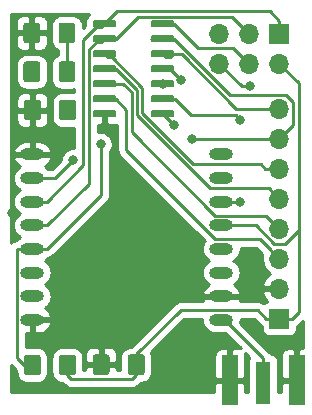
<source format=gbr>
G04 #@! TF.GenerationSoftware,KiCad,Pcbnew,5.1.5*
G04 #@! TF.CreationDate,2020-01-23T21:18:07+01:00*
G04 #@! TF.ProjectId,LORA_ATTINY84,4c4f5241-5f41-4545-9449-4e5938342e6b,rev?*
G04 #@! TF.SameCoordinates,Original*
G04 #@! TF.FileFunction,Copper,L1,Top*
G04 #@! TF.FilePolarity,Positive*
%FSLAX46Y46*%
G04 Gerber Fmt 4.6, Leading zero omitted, Abs format (unit mm)*
G04 Created by KiCad (PCBNEW 5.1.5) date 2020-01-23 21:18:07*
%MOMM*%
%LPD*%
G04 APERTURE LIST*
%ADD10R,1.270000X3.600000*%
%ADD11R,1.350000X4.200000*%
%ADD12C,0.100000*%
%ADD13O,1.700000X1.700000*%
%ADD14R,1.700000X1.700000*%
%ADD15O,2.000000X1.000000*%
%ADD16C,0.800000*%
%ADD17C,0.250000*%
%ADD18C,0.254000*%
G04 APERTURE END LIST*
D10*
X88087200Y-77593800D03*
D11*
X90912200Y-77393800D03*
X85262200Y-77393800D03*
G04 #@! TA.AperFunction,SMDPad,CuDef*
D12*
G36*
X71991204Y-75224604D02*
G01*
X72015473Y-75228204D01*
X72039271Y-75234165D01*
X72062371Y-75242430D01*
X72084549Y-75252920D01*
X72105593Y-75265533D01*
X72125298Y-75280147D01*
X72143477Y-75296623D01*
X72159953Y-75314802D01*
X72174567Y-75334507D01*
X72187180Y-75355551D01*
X72197670Y-75377729D01*
X72205935Y-75400829D01*
X72211896Y-75424627D01*
X72215496Y-75448896D01*
X72216700Y-75473400D01*
X72216700Y-76723400D01*
X72215496Y-76747904D01*
X72211896Y-76772173D01*
X72205935Y-76795971D01*
X72197670Y-76819071D01*
X72187180Y-76841249D01*
X72174567Y-76862293D01*
X72159953Y-76881998D01*
X72143477Y-76900177D01*
X72125298Y-76916653D01*
X72105593Y-76931267D01*
X72084549Y-76943880D01*
X72062371Y-76954370D01*
X72039271Y-76962635D01*
X72015473Y-76968596D01*
X71991204Y-76972196D01*
X71966700Y-76973400D01*
X71041700Y-76973400D01*
X71017196Y-76972196D01*
X70992927Y-76968596D01*
X70969129Y-76962635D01*
X70946029Y-76954370D01*
X70923851Y-76943880D01*
X70902807Y-76931267D01*
X70883102Y-76916653D01*
X70864923Y-76900177D01*
X70848447Y-76881998D01*
X70833833Y-76862293D01*
X70821220Y-76841249D01*
X70810730Y-76819071D01*
X70802465Y-76795971D01*
X70796504Y-76772173D01*
X70792904Y-76747904D01*
X70791700Y-76723400D01*
X70791700Y-75473400D01*
X70792904Y-75448896D01*
X70796504Y-75424627D01*
X70802465Y-75400829D01*
X70810730Y-75377729D01*
X70821220Y-75355551D01*
X70833833Y-75334507D01*
X70848447Y-75314802D01*
X70864923Y-75296623D01*
X70883102Y-75280147D01*
X70902807Y-75265533D01*
X70923851Y-75252920D01*
X70946029Y-75242430D01*
X70969129Y-75234165D01*
X70992927Y-75228204D01*
X71017196Y-75224604D01*
X71041700Y-75223400D01*
X71966700Y-75223400D01*
X71991204Y-75224604D01*
G37*
G04 #@! TD.AperFunction*
G04 #@! TA.AperFunction,SMDPad,CuDef*
G36*
X69016204Y-75224604D02*
G01*
X69040473Y-75228204D01*
X69064271Y-75234165D01*
X69087371Y-75242430D01*
X69109549Y-75252920D01*
X69130593Y-75265533D01*
X69150298Y-75280147D01*
X69168477Y-75296623D01*
X69184953Y-75314802D01*
X69199567Y-75334507D01*
X69212180Y-75355551D01*
X69222670Y-75377729D01*
X69230935Y-75400829D01*
X69236896Y-75424627D01*
X69240496Y-75448896D01*
X69241700Y-75473400D01*
X69241700Y-76723400D01*
X69240496Y-76747904D01*
X69236896Y-76772173D01*
X69230935Y-76795971D01*
X69222670Y-76819071D01*
X69212180Y-76841249D01*
X69199567Y-76862293D01*
X69184953Y-76881998D01*
X69168477Y-76900177D01*
X69150298Y-76916653D01*
X69130593Y-76931267D01*
X69109549Y-76943880D01*
X69087371Y-76954370D01*
X69064271Y-76962635D01*
X69040473Y-76968596D01*
X69016204Y-76972196D01*
X68991700Y-76973400D01*
X68066700Y-76973400D01*
X68042196Y-76972196D01*
X68017927Y-76968596D01*
X67994129Y-76962635D01*
X67971029Y-76954370D01*
X67948851Y-76943880D01*
X67927807Y-76931267D01*
X67908102Y-76916653D01*
X67889923Y-76900177D01*
X67873447Y-76881998D01*
X67858833Y-76862293D01*
X67846220Y-76841249D01*
X67835730Y-76819071D01*
X67827465Y-76795971D01*
X67821504Y-76772173D01*
X67817904Y-76747904D01*
X67816700Y-76723400D01*
X67816700Y-75473400D01*
X67817904Y-75448896D01*
X67821504Y-75424627D01*
X67827465Y-75400829D01*
X67835730Y-75377729D01*
X67846220Y-75355551D01*
X67858833Y-75334507D01*
X67873447Y-75314802D01*
X67889923Y-75296623D01*
X67908102Y-75280147D01*
X67927807Y-75265533D01*
X67948851Y-75252920D01*
X67971029Y-75242430D01*
X67994129Y-75234165D01*
X68017927Y-75228204D01*
X68042196Y-75224604D01*
X68066700Y-75223400D01*
X68991700Y-75223400D01*
X69016204Y-75224604D01*
G37*
G04 #@! TD.AperFunction*
G04 #@! TA.AperFunction,SMDPad,CuDef*
G36*
X74843904Y-75199204D02*
G01*
X74868173Y-75202804D01*
X74891971Y-75208765D01*
X74915071Y-75217030D01*
X74937249Y-75227520D01*
X74958293Y-75240133D01*
X74977998Y-75254747D01*
X74996177Y-75271223D01*
X75012653Y-75289402D01*
X75027267Y-75309107D01*
X75039880Y-75330151D01*
X75050370Y-75352329D01*
X75058635Y-75375429D01*
X75064596Y-75399227D01*
X75068196Y-75423496D01*
X75069400Y-75448000D01*
X75069400Y-76698000D01*
X75068196Y-76722504D01*
X75064596Y-76746773D01*
X75058635Y-76770571D01*
X75050370Y-76793671D01*
X75039880Y-76815849D01*
X75027267Y-76836893D01*
X75012653Y-76856598D01*
X74996177Y-76874777D01*
X74977998Y-76891253D01*
X74958293Y-76905867D01*
X74937249Y-76918480D01*
X74915071Y-76928970D01*
X74891971Y-76937235D01*
X74868173Y-76943196D01*
X74843904Y-76946796D01*
X74819400Y-76948000D01*
X73894400Y-76948000D01*
X73869896Y-76946796D01*
X73845627Y-76943196D01*
X73821829Y-76937235D01*
X73798729Y-76928970D01*
X73776551Y-76918480D01*
X73755507Y-76905867D01*
X73735802Y-76891253D01*
X73717623Y-76874777D01*
X73701147Y-76856598D01*
X73686533Y-76836893D01*
X73673920Y-76815849D01*
X73663430Y-76793671D01*
X73655165Y-76770571D01*
X73649204Y-76746773D01*
X73645604Y-76722504D01*
X73644400Y-76698000D01*
X73644400Y-75448000D01*
X73645604Y-75423496D01*
X73649204Y-75399227D01*
X73655165Y-75375429D01*
X73663430Y-75352329D01*
X73673920Y-75330151D01*
X73686533Y-75309107D01*
X73701147Y-75289402D01*
X73717623Y-75271223D01*
X73735802Y-75254747D01*
X73755507Y-75240133D01*
X73776551Y-75227520D01*
X73798729Y-75217030D01*
X73821829Y-75208765D01*
X73845627Y-75202804D01*
X73869896Y-75199204D01*
X73894400Y-75198000D01*
X74819400Y-75198000D01*
X74843904Y-75199204D01*
G37*
G04 #@! TD.AperFunction*
G04 #@! TA.AperFunction,SMDPad,CuDef*
G36*
X77818904Y-75199204D02*
G01*
X77843173Y-75202804D01*
X77866971Y-75208765D01*
X77890071Y-75217030D01*
X77912249Y-75227520D01*
X77933293Y-75240133D01*
X77952998Y-75254747D01*
X77971177Y-75271223D01*
X77987653Y-75289402D01*
X78002267Y-75309107D01*
X78014880Y-75330151D01*
X78025370Y-75352329D01*
X78033635Y-75375429D01*
X78039596Y-75399227D01*
X78043196Y-75423496D01*
X78044400Y-75448000D01*
X78044400Y-76698000D01*
X78043196Y-76722504D01*
X78039596Y-76746773D01*
X78033635Y-76770571D01*
X78025370Y-76793671D01*
X78014880Y-76815849D01*
X78002267Y-76836893D01*
X77987653Y-76856598D01*
X77971177Y-76874777D01*
X77952998Y-76891253D01*
X77933293Y-76905867D01*
X77912249Y-76918480D01*
X77890071Y-76928970D01*
X77866971Y-76937235D01*
X77843173Y-76943196D01*
X77818904Y-76946796D01*
X77794400Y-76948000D01*
X76869400Y-76948000D01*
X76844896Y-76946796D01*
X76820627Y-76943196D01*
X76796829Y-76937235D01*
X76773729Y-76928970D01*
X76751551Y-76918480D01*
X76730507Y-76905867D01*
X76710802Y-76891253D01*
X76692623Y-76874777D01*
X76676147Y-76856598D01*
X76661533Y-76836893D01*
X76648920Y-76815849D01*
X76638430Y-76793671D01*
X76630165Y-76770571D01*
X76624204Y-76746773D01*
X76620604Y-76722504D01*
X76619400Y-76698000D01*
X76619400Y-75448000D01*
X76620604Y-75423496D01*
X76624204Y-75399227D01*
X76630165Y-75375429D01*
X76638430Y-75352329D01*
X76648920Y-75330151D01*
X76661533Y-75309107D01*
X76676147Y-75289402D01*
X76692623Y-75271223D01*
X76710802Y-75254747D01*
X76730507Y-75240133D01*
X76751551Y-75227520D01*
X76773729Y-75217030D01*
X76796829Y-75208765D01*
X76820627Y-75202804D01*
X76844896Y-75199204D01*
X76869400Y-75198000D01*
X77794400Y-75198000D01*
X77818904Y-75199204D01*
G37*
G04 #@! TD.AperFunction*
G04 #@! TA.AperFunction,SMDPad,CuDef*
G36*
X69027304Y-53634604D02*
G01*
X69051573Y-53638204D01*
X69075371Y-53644165D01*
X69098471Y-53652430D01*
X69120649Y-53662920D01*
X69141693Y-53675533D01*
X69161398Y-53690147D01*
X69179577Y-53706623D01*
X69196053Y-53724802D01*
X69210667Y-53744507D01*
X69223280Y-53765551D01*
X69233770Y-53787729D01*
X69242035Y-53810829D01*
X69247996Y-53834627D01*
X69251596Y-53858896D01*
X69252800Y-53883400D01*
X69252800Y-55133400D01*
X69251596Y-55157904D01*
X69247996Y-55182173D01*
X69242035Y-55205971D01*
X69233770Y-55229071D01*
X69223280Y-55251249D01*
X69210667Y-55272293D01*
X69196053Y-55291998D01*
X69179577Y-55310177D01*
X69161398Y-55326653D01*
X69141693Y-55341267D01*
X69120649Y-55353880D01*
X69098471Y-55364370D01*
X69075371Y-55372635D01*
X69051573Y-55378596D01*
X69027304Y-55382196D01*
X69002800Y-55383400D01*
X68077800Y-55383400D01*
X68053296Y-55382196D01*
X68029027Y-55378596D01*
X68005229Y-55372635D01*
X67982129Y-55364370D01*
X67959951Y-55353880D01*
X67938907Y-55341267D01*
X67919202Y-55326653D01*
X67901023Y-55310177D01*
X67884547Y-55291998D01*
X67869933Y-55272293D01*
X67857320Y-55251249D01*
X67846830Y-55229071D01*
X67838565Y-55205971D01*
X67832604Y-55182173D01*
X67829004Y-55157904D01*
X67827800Y-55133400D01*
X67827800Y-53883400D01*
X67829004Y-53858896D01*
X67832604Y-53834627D01*
X67838565Y-53810829D01*
X67846830Y-53787729D01*
X67857320Y-53765551D01*
X67869933Y-53744507D01*
X67884547Y-53724802D01*
X67901023Y-53706623D01*
X67919202Y-53690147D01*
X67938907Y-53675533D01*
X67959951Y-53662920D01*
X67982129Y-53652430D01*
X68005229Y-53644165D01*
X68029027Y-53638204D01*
X68053296Y-53634604D01*
X68077800Y-53633400D01*
X69002800Y-53633400D01*
X69027304Y-53634604D01*
G37*
G04 #@! TD.AperFunction*
G04 #@! TA.AperFunction,SMDPad,CuDef*
G36*
X72002304Y-53634604D02*
G01*
X72026573Y-53638204D01*
X72050371Y-53644165D01*
X72073471Y-53652430D01*
X72095649Y-53662920D01*
X72116693Y-53675533D01*
X72136398Y-53690147D01*
X72154577Y-53706623D01*
X72171053Y-53724802D01*
X72185667Y-53744507D01*
X72198280Y-53765551D01*
X72208770Y-53787729D01*
X72217035Y-53810829D01*
X72222996Y-53834627D01*
X72226596Y-53858896D01*
X72227800Y-53883400D01*
X72227800Y-55133400D01*
X72226596Y-55157904D01*
X72222996Y-55182173D01*
X72217035Y-55205971D01*
X72208770Y-55229071D01*
X72198280Y-55251249D01*
X72185667Y-55272293D01*
X72171053Y-55291998D01*
X72154577Y-55310177D01*
X72136398Y-55326653D01*
X72116693Y-55341267D01*
X72095649Y-55353880D01*
X72073471Y-55364370D01*
X72050371Y-55372635D01*
X72026573Y-55378596D01*
X72002304Y-55382196D01*
X71977800Y-55383400D01*
X71052800Y-55383400D01*
X71028296Y-55382196D01*
X71004027Y-55378596D01*
X70980229Y-55372635D01*
X70957129Y-55364370D01*
X70934951Y-55353880D01*
X70913907Y-55341267D01*
X70894202Y-55326653D01*
X70876023Y-55310177D01*
X70859547Y-55291998D01*
X70844933Y-55272293D01*
X70832320Y-55251249D01*
X70821830Y-55229071D01*
X70813565Y-55205971D01*
X70807604Y-55182173D01*
X70804004Y-55157904D01*
X70802800Y-55133400D01*
X70802800Y-53883400D01*
X70804004Y-53858896D01*
X70807604Y-53834627D01*
X70813565Y-53810829D01*
X70821830Y-53787729D01*
X70832320Y-53765551D01*
X70844933Y-53744507D01*
X70859547Y-53724802D01*
X70876023Y-53706623D01*
X70894202Y-53690147D01*
X70913907Y-53675533D01*
X70934951Y-53662920D01*
X70957129Y-53652430D01*
X70980229Y-53644165D01*
X71004027Y-53638204D01*
X71028296Y-53634604D01*
X71052800Y-53633400D01*
X71977800Y-53633400D01*
X72002304Y-53634604D01*
G37*
G04 #@! TD.AperFunction*
D13*
X84378800Y-50596800D03*
X84378800Y-48056800D03*
X86918800Y-50596800D03*
X86918800Y-48056800D03*
X89458800Y-50596800D03*
D14*
X89458800Y-48056800D03*
D13*
X89458800Y-54381400D03*
X89458800Y-56921400D03*
X89458800Y-59461400D03*
X89458800Y-62001400D03*
X89458800Y-64541400D03*
X89458800Y-67081400D03*
X89458800Y-69621400D03*
D14*
X89458800Y-72161400D03*
G04 #@! TA.AperFunction,SMDPad,CuDef*
D12*
G36*
X68976504Y-50396104D02*
G01*
X69000773Y-50399704D01*
X69024571Y-50405665D01*
X69047671Y-50413930D01*
X69069849Y-50424420D01*
X69090893Y-50437033D01*
X69110598Y-50451647D01*
X69128777Y-50468123D01*
X69145253Y-50486302D01*
X69159867Y-50506007D01*
X69172480Y-50527051D01*
X69182970Y-50549229D01*
X69191235Y-50572329D01*
X69197196Y-50596127D01*
X69200796Y-50620396D01*
X69202000Y-50644900D01*
X69202000Y-51894900D01*
X69200796Y-51919404D01*
X69197196Y-51943673D01*
X69191235Y-51967471D01*
X69182970Y-51990571D01*
X69172480Y-52012749D01*
X69159867Y-52033793D01*
X69145253Y-52053498D01*
X69128777Y-52071677D01*
X69110598Y-52088153D01*
X69090893Y-52102767D01*
X69069849Y-52115380D01*
X69047671Y-52125870D01*
X69024571Y-52134135D01*
X69000773Y-52140096D01*
X68976504Y-52143696D01*
X68952000Y-52144900D01*
X68027000Y-52144900D01*
X68002496Y-52143696D01*
X67978227Y-52140096D01*
X67954429Y-52134135D01*
X67931329Y-52125870D01*
X67909151Y-52115380D01*
X67888107Y-52102767D01*
X67868402Y-52088153D01*
X67850223Y-52071677D01*
X67833747Y-52053498D01*
X67819133Y-52033793D01*
X67806520Y-52012749D01*
X67796030Y-51990571D01*
X67787765Y-51967471D01*
X67781804Y-51943673D01*
X67778204Y-51919404D01*
X67777000Y-51894900D01*
X67777000Y-50644900D01*
X67778204Y-50620396D01*
X67781804Y-50596127D01*
X67787765Y-50572329D01*
X67796030Y-50549229D01*
X67806520Y-50527051D01*
X67819133Y-50506007D01*
X67833747Y-50486302D01*
X67850223Y-50468123D01*
X67868402Y-50451647D01*
X67888107Y-50437033D01*
X67909151Y-50424420D01*
X67931329Y-50413930D01*
X67954429Y-50405665D01*
X67978227Y-50399704D01*
X68002496Y-50396104D01*
X68027000Y-50394900D01*
X68952000Y-50394900D01*
X68976504Y-50396104D01*
G37*
G04 #@! TD.AperFunction*
G04 #@! TA.AperFunction,SMDPad,CuDef*
G36*
X71951504Y-50396104D02*
G01*
X71975773Y-50399704D01*
X71999571Y-50405665D01*
X72022671Y-50413930D01*
X72044849Y-50424420D01*
X72065893Y-50437033D01*
X72085598Y-50451647D01*
X72103777Y-50468123D01*
X72120253Y-50486302D01*
X72134867Y-50506007D01*
X72147480Y-50527051D01*
X72157970Y-50549229D01*
X72166235Y-50572329D01*
X72172196Y-50596127D01*
X72175796Y-50620396D01*
X72177000Y-50644900D01*
X72177000Y-51894900D01*
X72175796Y-51919404D01*
X72172196Y-51943673D01*
X72166235Y-51967471D01*
X72157970Y-51990571D01*
X72147480Y-52012749D01*
X72134867Y-52033793D01*
X72120253Y-52053498D01*
X72103777Y-52071677D01*
X72085598Y-52088153D01*
X72065893Y-52102767D01*
X72044849Y-52115380D01*
X72022671Y-52125870D01*
X71999571Y-52134135D01*
X71975773Y-52140096D01*
X71951504Y-52143696D01*
X71927000Y-52144900D01*
X71002000Y-52144900D01*
X70977496Y-52143696D01*
X70953227Y-52140096D01*
X70929429Y-52134135D01*
X70906329Y-52125870D01*
X70884151Y-52115380D01*
X70863107Y-52102767D01*
X70843402Y-52088153D01*
X70825223Y-52071677D01*
X70808747Y-52053498D01*
X70794133Y-52033793D01*
X70781520Y-52012749D01*
X70771030Y-51990571D01*
X70762765Y-51967471D01*
X70756804Y-51943673D01*
X70753204Y-51919404D01*
X70752000Y-51894900D01*
X70752000Y-50644900D01*
X70753204Y-50620396D01*
X70756804Y-50596127D01*
X70762765Y-50572329D01*
X70771030Y-50549229D01*
X70781520Y-50527051D01*
X70794133Y-50506007D01*
X70808747Y-50486302D01*
X70825223Y-50468123D01*
X70843402Y-50451647D01*
X70863107Y-50437033D01*
X70884151Y-50424420D01*
X70906329Y-50413930D01*
X70929429Y-50405665D01*
X70953227Y-50399704D01*
X70977496Y-50396104D01*
X71002000Y-50394900D01*
X71927000Y-50394900D01*
X71951504Y-50396104D01*
G37*
G04 #@! TD.AperFunction*
G04 #@! TA.AperFunction,SMDPad,CuDef*
G36*
X71951504Y-47106804D02*
G01*
X71975773Y-47110404D01*
X71999571Y-47116365D01*
X72022671Y-47124630D01*
X72044849Y-47135120D01*
X72065893Y-47147733D01*
X72085598Y-47162347D01*
X72103777Y-47178823D01*
X72120253Y-47197002D01*
X72134867Y-47216707D01*
X72147480Y-47237751D01*
X72157970Y-47259929D01*
X72166235Y-47283029D01*
X72172196Y-47306827D01*
X72175796Y-47331096D01*
X72177000Y-47355600D01*
X72177000Y-48605600D01*
X72175796Y-48630104D01*
X72172196Y-48654373D01*
X72166235Y-48678171D01*
X72157970Y-48701271D01*
X72147480Y-48723449D01*
X72134867Y-48744493D01*
X72120253Y-48764198D01*
X72103777Y-48782377D01*
X72085598Y-48798853D01*
X72065893Y-48813467D01*
X72044849Y-48826080D01*
X72022671Y-48836570D01*
X71999571Y-48844835D01*
X71975773Y-48850796D01*
X71951504Y-48854396D01*
X71927000Y-48855600D01*
X71002000Y-48855600D01*
X70977496Y-48854396D01*
X70953227Y-48850796D01*
X70929429Y-48844835D01*
X70906329Y-48836570D01*
X70884151Y-48826080D01*
X70863107Y-48813467D01*
X70843402Y-48798853D01*
X70825223Y-48782377D01*
X70808747Y-48764198D01*
X70794133Y-48744493D01*
X70781520Y-48723449D01*
X70771030Y-48701271D01*
X70762765Y-48678171D01*
X70756804Y-48654373D01*
X70753204Y-48630104D01*
X70752000Y-48605600D01*
X70752000Y-47355600D01*
X70753204Y-47331096D01*
X70756804Y-47306827D01*
X70762765Y-47283029D01*
X70771030Y-47259929D01*
X70781520Y-47237751D01*
X70794133Y-47216707D01*
X70808747Y-47197002D01*
X70825223Y-47178823D01*
X70843402Y-47162347D01*
X70863107Y-47147733D01*
X70884151Y-47135120D01*
X70906329Y-47124630D01*
X70929429Y-47116365D01*
X70953227Y-47110404D01*
X70977496Y-47106804D01*
X71002000Y-47105600D01*
X71927000Y-47105600D01*
X71951504Y-47106804D01*
G37*
G04 #@! TD.AperFunction*
G04 #@! TA.AperFunction,SMDPad,CuDef*
G36*
X68976504Y-47106804D02*
G01*
X69000773Y-47110404D01*
X69024571Y-47116365D01*
X69047671Y-47124630D01*
X69069849Y-47135120D01*
X69090893Y-47147733D01*
X69110598Y-47162347D01*
X69128777Y-47178823D01*
X69145253Y-47197002D01*
X69159867Y-47216707D01*
X69172480Y-47237751D01*
X69182970Y-47259929D01*
X69191235Y-47283029D01*
X69197196Y-47306827D01*
X69200796Y-47331096D01*
X69202000Y-47355600D01*
X69202000Y-48605600D01*
X69200796Y-48630104D01*
X69197196Y-48654373D01*
X69191235Y-48678171D01*
X69182970Y-48701271D01*
X69172480Y-48723449D01*
X69159867Y-48744493D01*
X69145253Y-48764198D01*
X69128777Y-48782377D01*
X69110598Y-48798853D01*
X69090893Y-48813467D01*
X69069849Y-48826080D01*
X69047671Y-48836570D01*
X69024571Y-48844835D01*
X69000773Y-48850796D01*
X68976504Y-48854396D01*
X68952000Y-48855600D01*
X68027000Y-48855600D01*
X68002496Y-48854396D01*
X67978227Y-48850796D01*
X67954429Y-48844835D01*
X67931329Y-48836570D01*
X67909151Y-48826080D01*
X67888107Y-48813467D01*
X67868402Y-48798853D01*
X67850223Y-48782377D01*
X67833747Y-48764198D01*
X67819133Y-48744493D01*
X67806520Y-48723449D01*
X67796030Y-48701271D01*
X67787765Y-48678171D01*
X67781804Y-48654373D01*
X67778204Y-48630104D01*
X67777000Y-48605600D01*
X67777000Y-47355600D01*
X67778204Y-47331096D01*
X67781804Y-47306827D01*
X67787765Y-47283029D01*
X67796030Y-47259929D01*
X67806520Y-47237751D01*
X67819133Y-47216707D01*
X67833747Y-47197002D01*
X67850223Y-47178823D01*
X67868402Y-47162347D01*
X67888107Y-47147733D01*
X67909151Y-47135120D01*
X67931329Y-47124630D01*
X67954429Y-47116365D01*
X67978227Y-47110404D01*
X68002496Y-47106804D01*
X68027000Y-47105600D01*
X68952000Y-47105600D01*
X68976504Y-47106804D01*
G37*
G04 #@! TD.AperFunction*
G04 #@! TA.AperFunction,SMDPad,CuDef*
G36*
X75453703Y-54539322D02*
G01*
X75468264Y-54541482D01*
X75482543Y-54545059D01*
X75496403Y-54550018D01*
X75509710Y-54556312D01*
X75522336Y-54563880D01*
X75534159Y-54572648D01*
X75545066Y-54582534D01*
X75554952Y-54593441D01*
X75563720Y-54605264D01*
X75571288Y-54617890D01*
X75577582Y-54631197D01*
X75582541Y-54645057D01*
X75586118Y-54659336D01*
X75588278Y-54673897D01*
X75589000Y-54688600D01*
X75589000Y-54988600D01*
X75588278Y-55003303D01*
X75586118Y-55017864D01*
X75582541Y-55032143D01*
X75577582Y-55046003D01*
X75571288Y-55059310D01*
X75563720Y-55071936D01*
X75554952Y-55083759D01*
X75545066Y-55094666D01*
X75534159Y-55104552D01*
X75522336Y-55113320D01*
X75509710Y-55120888D01*
X75496403Y-55127182D01*
X75482543Y-55132141D01*
X75468264Y-55135718D01*
X75453703Y-55137878D01*
X75439000Y-55138600D01*
X73789000Y-55138600D01*
X73774297Y-55137878D01*
X73759736Y-55135718D01*
X73745457Y-55132141D01*
X73731597Y-55127182D01*
X73718290Y-55120888D01*
X73705664Y-55113320D01*
X73693841Y-55104552D01*
X73682934Y-55094666D01*
X73673048Y-55083759D01*
X73664280Y-55071936D01*
X73656712Y-55059310D01*
X73650418Y-55046003D01*
X73645459Y-55032143D01*
X73641882Y-55017864D01*
X73639722Y-55003303D01*
X73639000Y-54988600D01*
X73639000Y-54688600D01*
X73639722Y-54673897D01*
X73641882Y-54659336D01*
X73645459Y-54645057D01*
X73650418Y-54631197D01*
X73656712Y-54617890D01*
X73664280Y-54605264D01*
X73673048Y-54593441D01*
X73682934Y-54582534D01*
X73693841Y-54572648D01*
X73705664Y-54563880D01*
X73718290Y-54556312D01*
X73731597Y-54550018D01*
X73745457Y-54545059D01*
X73759736Y-54541482D01*
X73774297Y-54539322D01*
X73789000Y-54538600D01*
X75439000Y-54538600D01*
X75453703Y-54539322D01*
G37*
G04 #@! TD.AperFunction*
G04 #@! TA.AperFunction,SMDPad,CuDef*
G36*
X75453703Y-53269322D02*
G01*
X75468264Y-53271482D01*
X75482543Y-53275059D01*
X75496403Y-53280018D01*
X75509710Y-53286312D01*
X75522336Y-53293880D01*
X75534159Y-53302648D01*
X75545066Y-53312534D01*
X75554952Y-53323441D01*
X75563720Y-53335264D01*
X75571288Y-53347890D01*
X75577582Y-53361197D01*
X75582541Y-53375057D01*
X75586118Y-53389336D01*
X75588278Y-53403897D01*
X75589000Y-53418600D01*
X75589000Y-53718600D01*
X75588278Y-53733303D01*
X75586118Y-53747864D01*
X75582541Y-53762143D01*
X75577582Y-53776003D01*
X75571288Y-53789310D01*
X75563720Y-53801936D01*
X75554952Y-53813759D01*
X75545066Y-53824666D01*
X75534159Y-53834552D01*
X75522336Y-53843320D01*
X75509710Y-53850888D01*
X75496403Y-53857182D01*
X75482543Y-53862141D01*
X75468264Y-53865718D01*
X75453703Y-53867878D01*
X75439000Y-53868600D01*
X73789000Y-53868600D01*
X73774297Y-53867878D01*
X73759736Y-53865718D01*
X73745457Y-53862141D01*
X73731597Y-53857182D01*
X73718290Y-53850888D01*
X73705664Y-53843320D01*
X73693841Y-53834552D01*
X73682934Y-53824666D01*
X73673048Y-53813759D01*
X73664280Y-53801936D01*
X73656712Y-53789310D01*
X73650418Y-53776003D01*
X73645459Y-53762143D01*
X73641882Y-53747864D01*
X73639722Y-53733303D01*
X73639000Y-53718600D01*
X73639000Y-53418600D01*
X73639722Y-53403897D01*
X73641882Y-53389336D01*
X73645459Y-53375057D01*
X73650418Y-53361197D01*
X73656712Y-53347890D01*
X73664280Y-53335264D01*
X73673048Y-53323441D01*
X73682934Y-53312534D01*
X73693841Y-53302648D01*
X73705664Y-53293880D01*
X73718290Y-53286312D01*
X73731597Y-53280018D01*
X73745457Y-53275059D01*
X73759736Y-53271482D01*
X73774297Y-53269322D01*
X73789000Y-53268600D01*
X75439000Y-53268600D01*
X75453703Y-53269322D01*
G37*
G04 #@! TD.AperFunction*
G04 #@! TA.AperFunction,SMDPad,CuDef*
G36*
X75453703Y-51999322D02*
G01*
X75468264Y-52001482D01*
X75482543Y-52005059D01*
X75496403Y-52010018D01*
X75509710Y-52016312D01*
X75522336Y-52023880D01*
X75534159Y-52032648D01*
X75545066Y-52042534D01*
X75554952Y-52053441D01*
X75563720Y-52065264D01*
X75571288Y-52077890D01*
X75577582Y-52091197D01*
X75582541Y-52105057D01*
X75586118Y-52119336D01*
X75588278Y-52133897D01*
X75589000Y-52148600D01*
X75589000Y-52448600D01*
X75588278Y-52463303D01*
X75586118Y-52477864D01*
X75582541Y-52492143D01*
X75577582Y-52506003D01*
X75571288Y-52519310D01*
X75563720Y-52531936D01*
X75554952Y-52543759D01*
X75545066Y-52554666D01*
X75534159Y-52564552D01*
X75522336Y-52573320D01*
X75509710Y-52580888D01*
X75496403Y-52587182D01*
X75482543Y-52592141D01*
X75468264Y-52595718D01*
X75453703Y-52597878D01*
X75439000Y-52598600D01*
X73789000Y-52598600D01*
X73774297Y-52597878D01*
X73759736Y-52595718D01*
X73745457Y-52592141D01*
X73731597Y-52587182D01*
X73718290Y-52580888D01*
X73705664Y-52573320D01*
X73693841Y-52564552D01*
X73682934Y-52554666D01*
X73673048Y-52543759D01*
X73664280Y-52531936D01*
X73656712Y-52519310D01*
X73650418Y-52506003D01*
X73645459Y-52492143D01*
X73641882Y-52477864D01*
X73639722Y-52463303D01*
X73639000Y-52448600D01*
X73639000Y-52148600D01*
X73639722Y-52133897D01*
X73641882Y-52119336D01*
X73645459Y-52105057D01*
X73650418Y-52091197D01*
X73656712Y-52077890D01*
X73664280Y-52065264D01*
X73673048Y-52053441D01*
X73682934Y-52042534D01*
X73693841Y-52032648D01*
X73705664Y-52023880D01*
X73718290Y-52016312D01*
X73731597Y-52010018D01*
X73745457Y-52005059D01*
X73759736Y-52001482D01*
X73774297Y-51999322D01*
X73789000Y-51998600D01*
X75439000Y-51998600D01*
X75453703Y-51999322D01*
G37*
G04 #@! TD.AperFunction*
G04 #@! TA.AperFunction,SMDPad,CuDef*
G36*
X75453703Y-50729322D02*
G01*
X75468264Y-50731482D01*
X75482543Y-50735059D01*
X75496403Y-50740018D01*
X75509710Y-50746312D01*
X75522336Y-50753880D01*
X75534159Y-50762648D01*
X75545066Y-50772534D01*
X75554952Y-50783441D01*
X75563720Y-50795264D01*
X75571288Y-50807890D01*
X75577582Y-50821197D01*
X75582541Y-50835057D01*
X75586118Y-50849336D01*
X75588278Y-50863897D01*
X75589000Y-50878600D01*
X75589000Y-51178600D01*
X75588278Y-51193303D01*
X75586118Y-51207864D01*
X75582541Y-51222143D01*
X75577582Y-51236003D01*
X75571288Y-51249310D01*
X75563720Y-51261936D01*
X75554952Y-51273759D01*
X75545066Y-51284666D01*
X75534159Y-51294552D01*
X75522336Y-51303320D01*
X75509710Y-51310888D01*
X75496403Y-51317182D01*
X75482543Y-51322141D01*
X75468264Y-51325718D01*
X75453703Y-51327878D01*
X75439000Y-51328600D01*
X73789000Y-51328600D01*
X73774297Y-51327878D01*
X73759736Y-51325718D01*
X73745457Y-51322141D01*
X73731597Y-51317182D01*
X73718290Y-51310888D01*
X73705664Y-51303320D01*
X73693841Y-51294552D01*
X73682934Y-51284666D01*
X73673048Y-51273759D01*
X73664280Y-51261936D01*
X73656712Y-51249310D01*
X73650418Y-51236003D01*
X73645459Y-51222143D01*
X73641882Y-51207864D01*
X73639722Y-51193303D01*
X73639000Y-51178600D01*
X73639000Y-50878600D01*
X73639722Y-50863897D01*
X73641882Y-50849336D01*
X73645459Y-50835057D01*
X73650418Y-50821197D01*
X73656712Y-50807890D01*
X73664280Y-50795264D01*
X73673048Y-50783441D01*
X73682934Y-50772534D01*
X73693841Y-50762648D01*
X73705664Y-50753880D01*
X73718290Y-50746312D01*
X73731597Y-50740018D01*
X73745457Y-50735059D01*
X73759736Y-50731482D01*
X73774297Y-50729322D01*
X73789000Y-50728600D01*
X75439000Y-50728600D01*
X75453703Y-50729322D01*
G37*
G04 #@! TD.AperFunction*
G04 #@! TA.AperFunction,SMDPad,CuDef*
G36*
X75453703Y-49459322D02*
G01*
X75468264Y-49461482D01*
X75482543Y-49465059D01*
X75496403Y-49470018D01*
X75509710Y-49476312D01*
X75522336Y-49483880D01*
X75534159Y-49492648D01*
X75545066Y-49502534D01*
X75554952Y-49513441D01*
X75563720Y-49525264D01*
X75571288Y-49537890D01*
X75577582Y-49551197D01*
X75582541Y-49565057D01*
X75586118Y-49579336D01*
X75588278Y-49593897D01*
X75589000Y-49608600D01*
X75589000Y-49908600D01*
X75588278Y-49923303D01*
X75586118Y-49937864D01*
X75582541Y-49952143D01*
X75577582Y-49966003D01*
X75571288Y-49979310D01*
X75563720Y-49991936D01*
X75554952Y-50003759D01*
X75545066Y-50014666D01*
X75534159Y-50024552D01*
X75522336Y-50033320D01*
X75509710Y-50040888D01*
X75496403Y-50047182D01*
X75482543Y-50052141D01*
X75468264Y-50055718D01*
X75453703Y-50057878D01*
X75439000Y-50058600D01*
X73789000Y-50058600D01*
X73774297Y-50057878D01*
X73759736Y-50055718D01*
X73745457Y-50052141D01*
X73731597Y-50047182D01*
X73718290Y-50040888D01*
X73705664Y-50033320D01*
X73693841Y-50024552D01*
X73682934Y-50014666D01*
X73673048Y-50003759D01*
X73664280Y-49991936D01*
X73656712Y-49979310D01*
X73650418Y-49966003D01*
X73645459Y-49952143D01*
X73641882Y-49937864D01*
X73639722Y-49923303D01*
X73639000Y-49908600D01*
X73639000Y-49608600D01*
X73639722Y-49593897D01*
X73641882Y-49579336D01*
X73645459Y-49565057D01*
X73650418Y-49551197D01*
X73656712Y-49537890D01*
X73664280Y-49525264D01*
X73673048Y-49513441D01*
X73682934Y-49502534D01*
X73693841Y-49492648D01*
X73705664Y-49483880D01*
X73718290Y-49476312D01*
X73731597Y-49470018D01*
X73745457Y-49465059D01*
X73759736Y-49461482D01*
X73774297Y-49459322D01*
X73789000Y-49458600D01*
X75439000Y-49458600D01*
X75453703Y-49459322D01*
G37*
G04 #@! TD.AperFunction*
G04 #@! TA.AperFunction,SMDPad,CuDef*
G36*
X75453703Y-48189322D02*
G01*
X75468264Y-48191482D01*
X75482543Y-48195059D01*
X75496403Y-48200018D01*
X75509710Y-48206312D01*
X75522336Y-48213880D01*
X75534159Y-48222648D01*
X75545066Y-48232534D01*
X75554952Y-48243441D01*
X75563720Y-48255264D01*
X75571288Y-48267890D01*
X75577582Y-48281197D01*
X75582541Y-48295057D01*
X75586118Y-48309336D01*
X75588278Y-48323897D01*
X75589000Y-48338600D01*
X75589000Y-48638600D01*
X75588278Y-48653303D01*
X75586118Y-48667864D01*
X75582541Y-48682143D01*
X75577582Y-48696003D01*
X75571288Y-48709310D01*
X75563720Y-48721936D01*
X75554952Y-48733759D01*
X75545066Y-48744666D01*
X75534159Y-48754552D01*
X75522336Y-48763320D01*
X75509710Y-48770888D01*
X75496403Y-48777182D01*
X75482543Y-48782141D01*
X75468264Y-48785718D01*
X75453703Y-48787878D01*
X75439000Y-48788600D01*
X73789000Y-48788600D01*
X73774297Y-48787878D01*
X73759736Y-48785718D01*
X73745457Y-48782141D01*
X73731597Y-48777182D01*
X73718290Y-48770888D01*
X73705664Y-48763320D01*
X73693841Y-48754552D01*
X73682934Y-48744666D01*
X73673048Y-48733759D01*
X73664280Y-48721936D01*
X73656712Y-48709310D01*
X73650418Y-48696003D01*
X73645459Y-48682143D01*
X73641882Y-48667864D01*
X73639722Y-48653303D01*
X73639000Y-48638600D01*
X73639000Y-48338600D01*
X73639722Y-48323897D01*
X73641882Y-48309336D01*
X73645459Y-48295057D01*
X73650418Y-48281197D01*
X73656712Y-48267890D01*
X73664280Y-48255264D01*
X73673048Y-48243441D01*
X73682934Y-48232534D01*
X73693841Y-48222648D01*
X73705664Y-48213880D01*
X73718290Y-48206312D01*
X73731597Y-48200018D01*
X73745457Y-48195059D01*
X73759736Y-48191482D01*
X73774297Y-48189322D01*
X73789000Y-48188600D01*
X75439000Y-48188600D01*
X75453703Y-48189322D01*
G37*
G04 #@! TD.AperFunction*
G04 #@! TA.AperFunction,SMDPad,CuDef*
G36*
X75453703Y-46919322D02*
G01*
X75468264Y-46921482D01*
X75482543Y-46925059D01*
X75496403Y-46930018D01*
X75509710Y-46936312D01*
X75522336Y-46943880D01*
X75534159Y-46952648D01*
X75545066Y-46962534D01*
X75554952Y-46973441D01*
X75563720Y-46985264D01*
X75571288Y-46997890D01*
X75577582Y-47011197D01*
X75582541Y-47025057D01*
X75586118Y-47039336D01*
X75588278Y-47053897D01*
X75589000Y-47068600D01*
X75589000Y-47368600D01*
X75588278Y-47383303D01*
X75586118Y-47397864D01*
X75582541Y-47412143D01*
X75577582Y-47426003D01*
X75571288Y-47439310D01*
X75563720Y-47451936D01*
X75554952Y-47463759D01*
X75545066Y-47474666D01*
X75534159Y-47484552D01*
X75522336Y-47493320D01*
X75509710Y-47500888D01*
X75496403Y-47507182D01*
X75482543Y-47512141D01*
X75468264Y-47515718D01*
X75453703Y-47517878D01*
X75439000Y-47518600D01*
X73789000Y-47518600D01*
X73774297Y-47517878D01*
X73759736Y-47515718D01*
X73745457Y-47512141D01*
X73731597Y-47507182D01*
X73718290Y-47500888D01*
X73705664Y-47493320D01*
X73693841Y-47484552D01*
X73682934Y-47474666D01*
X73673048Y-47463759D01*
X73664280Y-47451936D01*
X73656712Y-47439310D01*
X73650418Y-47426003D01*
X73645459Y-47412143D01*
X73641882Y-47397864D01*
X73639722Y-47383303D01*
X73639000Y-47368600D01*
X73639000Y-47068600D01*
X73639722Y-47053897D01*
X73641882Y-47039336D01*
X73645459Y-47025057D01*
X73650418Y-47011197D01*
X73656712Y-46997890D01*
X73664280Y-46985264D01*
X73673048Y-46973441D01*
X73682934Y-46962534D01*
X73693841Y-46952648D01*
X73705664Y-46943880D01*
X73718290Y-46936312D01*
X73731597Y-46930018D01*
X73745457Y-46925059D01*
X73759736Y-46921482D01*
X73774297Y-46919322D01*
X73789000Y-46918600D01*
X75439000Y-46918600D01*
X75453703Y-46919322D01*
G37*
G04 #@! TD.AperFunction*
G04 #@! TA.AperFunction,SMDPad,CuDef*
G36*
X80403703Y-46919322D02*
G01*
X80418264Y-46921482D01*
X80432543Y-46925059D01*
X80446403Y-46930018D01*
X80459710Y-46936312D01*
X80472336Y-46943880D01*
X80484159Y-46952648D01*
X80495066Y-46962534D01*
X80504952Y-46973441D01*
X80513720Y-46985264D01*
X80521288Y-46997890D01*
X80527582Y-47011197D01*
X80532541Y-47025057D01*
X80536118Y-47039336D01*
X80538278Y-47053897D01*
X80539000Y-47068600D01*
X80539000Y-47368600D01*
X80538278Y-47383303D01*
X80536118Y-47397864D01*
X80532541Y-47412143D01*
X80527582Y-47426003D01*
X80521288Y-47439310D01*
X80513720Y-47451936D01*
X80504952Y-47463759D01*
X80495066Y-47474666D01*
X80484159Y-47484552D01*
X80472336Y-47493320D01*
X80459710Y-47500888D01*
X80446403Y-47507182D01*
X80432543Y-47512141D01*
X80418264Y-47515718D01*
X80403703Y-47517878D01*
X80389000Y-47518600D01*
X78739000Y-47518600D01*
X78724297Y-47517878D01*
X78709736Y-47515718D01*
X78695457Y-47512141D01*
X78681597Y-47507182D01*
X78668290Y-47500888D01*
X78655664Y-47493320D01*
X78643841Y-47484552D01*
X78632934Y-47474666D01*
X78623048Y-47463759D01*
X78614280Y-47451936D01*
X78606712Y-47439310D01*
X78600418Y-47426003D01*
X78595459Y-47412143D01*
X78591882Y-47397864D01*
X78589722Y-47383303D01*
X78589000Y-47368600D01*
X78589000Y-47068600D01*
X78589722Y-47053897D01*
X78591882Y-47039336D01*
X78595459Y-47025057D01*
X78600418Y-47011197D01*
X78606712Y-46997890D01*
X78614280Y-46985264D01*
X78623048Y-46973441D01*
X78632934Y-46962534D01*
X78643841Y-46952648D01*
X78655664Y-46943880D01*
X78668290Y-46936312D01*
X78681597Y-46930018D01*
X78695457Y-46925059D01*
X78709736Y-46921482D01*
X78724297Y-46919322D01*
X78739000Y-46918600D01*
X80389000Y-46918600D01*
X80403703Y-46919322D01*
G37*
G04 #@! TD.AperFunction*
G04 #@! TA.AperFunction,SMDPad,CuDef*
G36*
X80403703Y-48189322D02*
G01*
X80418264Y-48191482D01*
X80432543Y-48195059D01*
X80446403Y-48200018D01*
X80459710Y-48206312D01*
X80472336Y-48213880D01*
X80484159Y-48222648D01*
X80495066Y-48232534D01*
X80504952Y-48243441D01*
X80513720Y-48255264D01*
X80521288Y-48267890D01*
X80527582Y-48281197D01*
X80532541Y-48295057D01*
X80536118Y-48309336D01*
X80538278Y-48323897D01*
X80539000Y-48338600D01*
X80539000Y-48638600D01*
X80538278Y-48653303D01*
X80536118Y-48667864D01*
X80532541Y-48682143D01*
X80527582Y-48696003D01*
X80521288Y-48709310D01*
X80513720Y-48721936D01*
X80504952Y-48733759D01*
X80495066Y-48744666D01*
X80484159Y-48754552D01*
X80472336Y-48763320D01*
X80459710Y-48770888D01*
X80446403Y-48777182D01*
X80432543Y-48782141D01*
X80418264Y-48785718D01*
X80403703Y-48787878D01*
X80389000Y-48788600D01*
X78739000Y-48788600D01*
X78724297Y-48787878D01*
X78709736Y-48785718D01*
X78695457Y-48782141D01*
X78681597Y-48777182D01*
X78668290Y-48770888D01*
X78655664Y-48763320D01*
X78643841Y-48754552D01*
X78632934Y-48744666D01*
X78623048Y-48733759D01*
X78614280Y-48721936D01*
X78606712Y-48709310D01*
X78600418Y-48696003D01*
X78595459Y-48682143D01*
X78591882Y-48667864D01*
X78589722Y-48653303D01*
X78589000Y-48638600D01*
X78589000Y-48338600D01*
X78589722Y-48323897D01*
X78591882Y-48309336D01*
X78595459Y-48295057D01*
X78600418Y-48281197D01*
X78606712Y-48267890D01*
X78614280Y-48255264D01*
X78623048Y-48243441D01*
X78632934Y-48232534D01*
X78643841Y-48222648D01*
X78655664Y-48213880D01*
X78668290Y-48206312D01*
X78681597Y-48200018D01*
X78695457Y-48195059D01*
X78709736Y-48191482D01*
X78724297Y-48189322D01*
X78739000Y-48188600D01*
X80389000Y-48188600D01*
X80403703Y-48189322D01*
G37*
G04 #@! TD.AperFunction*
G04 #@! TA.AperFunction,SMDPad,CuDef*
G36*
X80403703Y-49459322D02*
G01*
X80418264Y-49461482D01*
X80432543Y-49465059D01*
X80446403Y-49470018D01*
X80459710Y-49476312D01*
X80472336Y-49483880D01*
X80484159Y-49492648D01*
X80495066Y-49502534D01*
X80504952Y-49513441D01*
X80513720Y-49525264D01*
X80521288Y-49537890D01*
X80527582Y-49551197D01*
X80532541Y-49565057D01*
X80536118Y-49579336D01*
X80538278Y-49593897D01*
X80539000Y-49608600D01*
X80539000Y-49908600D01*
X80538278Y-49923303D01*
X80536118Y-49937864D01*
X80532541Y-49952143D01*
X80527582Y-49966003D01*
X80521288Y-49979310D01*
X80513720Y-49991936D01*
X80504952Y-50003759D01*
X80495066Y-50014666D01*
X80484159Y-50024552D01*
X80472336Y-50033320D01*
X80459710Y-50040888D01*
X80446403Y-50047182D01*
X80432543Y-50052141D01*
X80418264Y-50055718D01*
X80403703Y-50057878D01*
X80389000Y-50058600D01*
X78739000Y-50058600D01*
X78724297Y-50057878D01*
X78709736Y-50055718D01*
X78695457Y-50052141D01*
X78681597Y-50047182D01*
X78668290Y-50040888D01*
X78655664Y-50033320D01*
X78643841Y-50024552D01*
X78632934Y-50014666D01*
X78623048Y-50003759D01*
X78614280Y-49991936D01*
X78606712Y-49979310D01*
X78600418Y-49966003D01*
X78595459Y-49952143D01*
X78591882Y-49937864D01*
X78589722Y-49923303D01*
X78589000Y-49908600D01*
X78589000Y-49608600D01*
X78589722Y-49593897D01*
X78591882Y-49579336D01*
X78595459Y-49565057D01*
X78600418Y-49551197D01*
X78606712Y-49537890D01*
X78614280Y-49525264D01*
X78623048Y-49513441D01*
X78632934Y-49502534D01*
X78643841Y-49492648D01*
X78655664Y-49483880D01*
X78668290Y-49476312D01*
X78681597Y-49470018D01*
X78695457Y-49465059D01*
X78709736Y-49461482D01*
X78724297Y-49459322D01*
X78739000Y-49458600D01*
X80389000Y-49458600D01*
X80403703Y-49459322D01*
G37*
G04 #@! TD.AperFunction*
G04 #@! TA.AperFunction,SMDPad,CuDef*
G36*
X80403703Y-50729322D02*
G01*
X80418264Y-50731482D01*
X80432543Y-50735059D01*
X80446403Y-50740018D01*
X80459710Y-50746312D01*
X80472336Y-50753880D01*
X80484159Y-50762648D01*
X80495066Y-50772534D01*
X80504952Y-50783441D01*
X80513720Y-50795264D01*
X80521288Y-50807890D01*
X80527582Y-50821197D01*
X80532541Y-50835057D01*
X80536118Y-50849336D01*
X80538278Y-50863897D01*
X80539000Y-50878600D01*
X80539000Y-51178600D01*
X80538278Y-51193303D01*
X80536118Y-51207864D01*
X80532541Y-51222143D01*
X80527582Y-51236003D01*
X80521288Y-51249310D01*
X80513720Y-51261936D01*
X80504952Y-51273759D01*
X80495066Y-51284666D01*
X80484159Y-51294552D01*
X80472336Y-51303320D01*
X80459710Y-51310888D01*
X80446403Y-51317182D01*
X80432543Y-51322141D01*
X80418264Y-51325718D01*
X80403703Y-51327878D01*
X80389000Y-51328600D01*
X78739000Y-51328600D01*
X78724297Y-51327878D01*
X78709736Y-51325718D01*
X78695457Y-51322141D01*
X78681597Y-51317182D01*
X78668290Y-51310888D01*
X78655664Y-51303320D01*
X78643841Y-51294552D01*
X78632934Y-51284666D01*
X78623048Y-51273759D01*
X78614280Y-51261936D01*
X78606712Y-51249310D01*
X78600418Y-51236003D01*
X78595459Y-51222143D01*
X78591882Y-51207864D01*
X78589722Y-51193303D01*
X78589000Y-51178600D01*
X78589000Y-50878600D01*
X78589722Y-50863897D01*
X78591882Y-50849336D01*
X78595459Y-50835057D01*
X78600418Y-50821197D01*
X78606712Y-50807890D01*
X78614280Y-50795264D01*
X78623048Y-50783441D01*
X78632934Y-50772534D01*
X78643841Y-50762648D01*
X78655664Y-50753880D01*
X78668290Y-50746312D01*
X78681597Y-50740018D01*
X78695457Y-50735059D01*
X78709736Y-50731482D01*
X78724297Y-50729322D01*
X78739000Y-50728600D01*
X80389000Y-50728600D01*
X80403703Y-50729322D01*
G37*
G04 #@! TD.AperFunction*
G04 #@! TA.AperFunction,SMDPad,CuDef*
G36*
X80403703Y-51999322D02*
G01*
X80418264Y-52001482D01*
X80432543Y-52005059D01*
X80446403Y-52010018D01*
X80459710Y-52016312D01*
X80472336Y-52023880D01*
X80484159Y-52032648D01*
X80495066Y-52042534D01*
X80504952Y-52053441D01*
X80513720Y-52065264D01*
X80521288Y-52077890D01*
X80527582Y-52091197D01*
X80532541Y-52105057D01*
X80536118Y-52119336D01*
X80538278Y-52133897D01*
X80539000Y-52148600D01*
X80539000Y-52448600D01*
X80538278Y-52463303D01*
X80536118Y-52477864D01*
X80532541Y-52492143D01*
X80527582Y-52506003D01*
X80521288Y-52519310D01*
X80513720Y-52531936D01*
X80504952Y-52543759D01*
X80495066Y-52554666D01*
X80484159Y-52564552D01*
X80472336Y-52573320D01*
X80459710Y-52580888D01*
X80446403Y-52587182D01*
X80432543Y-52592141D01*
X80418264Y-52595718D01*
X80403703Y-52597878D01*
X80389000Y-52598600D01*
X78739000Y-52598600D01*
X78724297Y-52597878D01*
X78709736Y-52595718D01*
X78695457Y-52592141D01*
X78681597Y-52587182D01*
X78668290Y-52580888D01*
X78655664Y-52573320D01*
X78643841Y-52564552D01*
X78632934Y-52554666D01*
X78623048Y-52543759D01*
X78614280Y-52531936D01*
X78606712Y-52519310D01*
X78600418Y-52506003D01*
X78595459Y-52492143D01*
X78591882Y-52477864D01*
X78589722Y-52463303D01*
X78589000Y-52448600D01*
X78589000Y-52148600D01*
X78589722Y-52133897D01*
X78591882Y-52119336D01*
X78595459Y-52105057D01*
X78600418Y-52091197D01*
X78606712Y-52077890D01*
X78614280Y-52065264D01*
X78623048Y-52053441D01*
X78632934Y-52042534D01*
X78643841Y-52032648D01*
X78655664Y-52023880D01*
X78668290Y-52016312D01*
X78681597Y-52010018D01*
X78695457Y-52005059D01*
X78709736Y-52001482D01*
X78724297Y-51999322D01*
X78739000Y-51998600D01*
X80389000Y-51998600D01*
X80403703Y-51999322D01*
G37*
G04 #@! TD.AperFunction*
G04 #@! TA.AperFunction,SMDPad,CuDef*
G36*
X80403703Y-53269322D02*
G01*
X80418264Y-53271482D01*
X80432543Y-53275059D01*
X80446403Y-53280018D01*
X80459710Y-53286312D01*
X80472336Y-53293880D01*
X80484159Y-53302648D01*
X80495066Y-53312534D01*
X80504952Y-53323441D01*
X80513720Y-53335264D01*
X80521288Y-53347890D01*
X80527582Y-53361197D01*
X80532541Y-53375057D01*
X80536118Y-53389336D01*
X80538278Y-53403897D01*
X80539000Y-53418600D01*
X80539000Y-53718600D01*
X80538278Y-53733303D01*
X80536118Y-53747864D01*
X80532541Y-53762143D01*
X80527582Y-53776003D01*
X80521288Y-53789310D01*
X80513720Y-53801936D01*
X80504952Y-53813759D01*
X80495066Y-53824666D01*
X80484159Y-53834552D01*
X80472336Y-53843320D01*
X80459710Y-53850888D01*
X80446403Y-53857182D01*
X80432543Y-53862141D01*
X80418264Y-53865718D01*
X80403703Y-53867878D01*
X80389000Y-53868600D01*
X78739000Y-53868600D01*
X78724297Y-53867878D01*
X78709736Y-53865718D01*
X78695457Y-53862141D01*
X78681597Y-53857182D01*
X78668290Y-53850888D01*
X78655664Y-53843320D01*
X78643841Y-53834552D01*
X78632934Y-53824666D01*
X78623048Y-53813759D01*
X78614280Y-53801936D01*
X78606712Y-53789310D01*
X78600418Y-53776003D01*
X78595459Y-53762143D01*
X78591882Y-53747864D01*
X78589722Y-53733303D01*
X78589000Y-53718600D01*
X78589000Y-53418600D01*
X78589722Y-53403897D01*
X78591882Y-53389336D01*
X78595459Y-53375057D01*
X78600418Y-53361197D01*
X78606712Y-53347890D01*
X78614280Y-53335264D01*
X78623048Y-53323441D01*
X78632934Y-53312534D01*
X78643841Y-53302648D01*
X78655664Y-53293880D01*
X78668290Y-53286312D01*
X78681597Y-53280018D01*
X78695457Y-53275059D01*
X78709736Y-53271482D01*
X78724297Y-53269322D01*
X78739000Y-53268600D01*
X80389000Y-53268600D01*
X80403703Y-53269322D01*
G37*
G04 #@! TD.AperFunction*
G04 #@! TA.AperFunction,SMDPad,CuDef*
G36*
X80403703Y-54539322D02*
G01*
X80418264Y-54541482D01*
X80432543Y-54545059D01*
X80446403Y-54550018D01*
X80459710Y-54556312D01*
X80472336Y-54563880D01*
X80484159Y-54572648D01*
X80495066Y-54582534D01*
X80504952Y-54593441D01*
X80513720Y-54605264D01*
X80521288Y-54617890D01*
X80527582Y-54631197D01*
X80532541Y-54645057D01*
X80536118Y-54659336D01*
X80538278Y-54673897D01*
X80539000Y-54688600D01*
X80539000Y-54988600D01*
X80538278Y-55003303D01*
X80536118Y-55017864D01*
X80532541Y-55032143D01*
X80527582Y-55046003D01*
X80521288Y-55059310D01*
X80513720Y-55071936D01*
X80504952Y-55083759D01*
X80495066Y-55094666D01*
X80484159Y-55104552D01*
X80472336Y-55113320D01*
X80459710Y-55120888D01*
X80446403Y-55127182D01*
X80432543Y-55132141D01*
X80418264Y-55135718D01*
X80403703Y-55137878D01*
X80389000Y-55138600D01*
X78739000Y-55138600D01*
X78724297Y-55137878D01*
X78709736Y-55135718D01*
X78695457Y-55132141D01*
X78681597Y-55127182D01*
X78668290Y-55120888D01*
X78655664Y-55113320D01*
X78643841Y-55104552D01*
X78632934Y-55094666D01*
X78623048Y-55083759D01*
X78614280Y-55071936D01*
X78606712Y-55059310D01*
X78600418Y-55046003D01*
X78595459Y-55032143D01*
X78591882Y-55017864D01*
X78589722Y-55003303D01*
X78589000Y-54988600D01*
X78589000Y-54688600D01*
X78589722Y-54673897D01*
X78591882Y-54659336D01*
X78595459Y-54645057D01*
X78600418Y-54631197D01*
X78606712Y-54617890D01*
X78614280Y-54605264D01*
X78623048Y-54593441D01*
X78632934Y-54582534D01*
X78643841Y-54572648D01*
X78655664Y-54563880D01*
X78668290Y-54556312D01*
X78681597Y-54550018D01*
X78695457Y-54545059D01*
X78709736Y-54541482D01*
X78724297Y-54539322D01*
X78739000Y-54538600D01*
X80389000Y-54538600D01*
X80403703Y-54539322D01*
G37*
G04 #@! TD.AperFunction*
D15*
X84529200Y-58267600D03*
X84529200Y-60267600D03*
X84529200Y-62267600D03*
X84529200Y-64267600D03*
X84529200Y-66267600D03*
X84529200Y-68267600D03*
X84529200Y-70267600D03*
X84529200Y-72267600D03*
X68529200Y-72267600D03*
X68529200Y-70267600D03*
X68529200Y-68267600D03*
X68529200Y-66267600D03*
X68529200Y-64267600D03*
X68529200Y-62267600D03*
X68529200Y-60267600D03*
X68529200Y-58267600D03*
D16*
X86969600Y-52481399D03*
X66827400Y-63246000D03*
X80492600Y-55778400D03*
X71515300Y-54508400D03*
X82067400Y-56921400D03*
X68489500Y-51269900D03*
X71983600Y-58775600D03*
X86156800Y-62280800D03*
X86156800Y-55346600D03*
X74320400Y-57404000D03*
X79564000Y-52298600D03*
X81122811Y-51965949D03*
D17*
X84378800Y-50596800D02*
X86263399Y-52481399D01*
X86263399Y-52481399D02*
X86969600Y-52481399D01*
X66827400Y-58719400D02*
X66827400Y-63246000D01*
X68529200Y-58267600D02*
X67279200Y-58267600D01*
X67279200Y-58267600D02*
X66827400Y-58719400D01*
X79564000Y-54838600D02*
X79564000Y-54849800D01*
X79564000Y-54849800D02*
X80492600Y-55778400D01*
X84529200Y-64267600D02*
X87445998Y-64267600D01*
X87445998Y-64267600D02*
X88989798Y-65811400D01*
X89458800Y-50596800D02*
X91083811Y-52221811D01*
X91083811Y-64655391D02*
X91083811Y-52221811D01*
X89927802Y-65811400D02*
X91083811Y-64655391D01*
X88989798Y-65811400D02*
X89927802Y-65811400D01*
X90558800Y-72161400D02*
X89458800Y-72161400D01*
X91083811Y-71636389D02*
X90558800Y-72161400D01*
X91083811Y-64655391D02*
X91083811Y-71636389D01*
X77331900Y-75198000D02*
X77331900Y-76073000D01*
X88358800Y-72161400D02*
X87639990Y-71442590D01*
X81087310Y-71442590D02*
X77331900Y-75198000D01*
X87639990Y-71442590D02*
X81087310Y-71442590D01*
X89458800Y-72161400D02*
X88358800Y-72161400D01*
X77331900Y-76948000D02*
X77331900Y-76073000D01*
X77006890Y-77273010D02*
X77331900Y-76948000D01*
X71504200Y-76973400D02*
X71803810Y-77273010D01*
X71803810Y-77273010D02*
X77006890Y-77273010D01*
X71504200Y-76098400D02*
X71504200Y-76973400D01*
X79864000Y-50058600D02*
X79564000Y-49758600D01*
X80240768Y-50058600D02*
X79864000Y-50058600D01*
X88256719Y-54381400D02*
X89458800Y-54381400D01*
X85795390Y-54381400D02*
X88256719Y-54381400D01*
X81172590Y-49758600D02*
X85795390Y-54381400D01*
X79564000Y-49758600D02*
X81172590Y-49758600D01*
X78589000Y-48488600D02*
X79564000Y-48488600D01*
X90308799Y-56071401D02*
X89458800Y-56921400D01*
X90633801Y-55746399D02*
X90308799Y-56071401D01*
X90633801Y-53817399D02*
X90633801Y-55746399D01*
X90022801Y-53206399D02*
X90633801Y-53817399D01*
X80539000Y-48488600D02*
X85256799Y-53206399D01*
X85256799Y-53206399D02*
X90022801Y-53206399D01*
X79564000Y-48488600D02*
X80539000Y-48488600D01*
X89458800Y-56921400D02*
X82067400Y-56921400D01*
X88256719Y-59461400D02*
X89458800Y-59461400D01*
X77851000Y-54772368D02*
X82171242Y-59092610D01*
X87887929Y-59092610D02*
X88256719Y-59461400D01*
X82171242Y-59092610D02*
X87887929Y-59092610D01*
X75290768Y-50058600D02*
X77851000Y-52618832D01*
X77851000Y-52618832D02*
X77851000Y-54772368D01*
X74914000Y-50058600D02*
X75290768Y-50058600D01*
X74614000Y-49758600D02*
X74914000Y-50058600D01*
X75589000Y-51028600D02*
X75614400Y-51054000D01*
X74614000Y-51028600D02*
X75589000Y-51028600D01*
X88608801Y-61151401D02*
X89458800Y-62001400D01*
X83593623Y-61151401D02*
X88608801Y-61151401D01*
X77400990Y-52813790D02*
X77400991Y-54958769D01*
X77400991Y-54958769D02*
X83593623Y-61151401D01*
X75641200Y-51054000D02*
X77400990Y-52813790D01*
X75614400Y-51054000D02*
X75641200Y-51054000D01*
X84037450Y-63442590D02*
X88359990Y-63442590D01*
X76950982Y-56356122D02*
X84037450Y-63442590D01*
X76950982Y-53024182D02*
X76950982Y-56356122D01*
X76225400Y-52298600D02*
X76950982Y-53024182D01*
X74614000Y-52298600D02*
X76225400Y-52298600D01*
X89458800Y-64541400D02*
X88359990Y-63442590D01*
X88608801Y-66231401D02*
X89458800Y-67081400D01*
X87819990Y-65442590D02*
X88608801Y-66231401D01*
X84037450Y-65442590D02*
X87819990Y-65442590D01*
X76500972Y-57906112D02*
X84037450Y-65442590D01*
X76500972Y-54480572D02*
X76500972Y-57906112D01*
X75589000Y-53568600D02*
X76500972Y-54480572D01*
X74614000Y-53568600D02*
X75589000Y-53568600D01*
X73937232Y-47518600D02*
X72863980Y-48591852D01*
X74614000Y-47218600D02*
X74314000Y-47518600D01*
X74314000Y-47518600D02*
X73937232Y-47518600D01*
X69779200Y-62267600D02*
X68529200Y-62267600D01*
X72863980Y-59182820D02*
X69779200Y-62267600D01*
X72863980Y-48591852D02*
X72863980Y-59182820D01*
X74914000Y-46918600D02*
X74614000Y-47218600D01*
X89458800Y-46956800D02*
X89458800Y-48056800D01*
X88645580Y-46143580D02*
X89458800Y-46956800D01*
X75689020Y-46143580D02*
X88645580Y-46143580D01*
X74614000Y-47218600D02*
X75689020Y-46143580D01*
X69779200Y-64267600D02*
X68529200Y-64267600D01*
X74614000Y-48488600D02*
X74314000Y-48788600D01*
X74314000Y-48788600D02*
X73937232Y-48788600D01*
X73937232Y-48788600D02*
X73313990Y-49411842D01*
X73313990Y-60732810D02*
X69779200Y-64267600D01*
X73313990Y-49411842D02*
X73313990Y-60732810D01*
X74614000Y-48488600D02*
X75589000Y-48488600D01*
X86068801Y-47206801D02*
X86918800Y-48056800D01*
X85455590Y-46593590D02*
X86068801Y-47206801D01*
X77484010Y-46593590D02*
X85455590Y-46593590D01*
X75589000Y-48488600D02*
X77484010Y-46593590D01*
X82552201Y-49231801D02*
X80539000Y-47218600D01*
X80539000Y-47218600D02*
X79564000Y-47218600D01*
X85553801Y-49231801D02*
X82552201Y-49231801D01*
X86918800Y-50596800D02*
X85553801Y-49231801D01*
X68529200Y-60267600D02*
X70491600Y-60267600D01*
X70491600Y-60267600D02*
X71983600Y-58775600D01*
X84529200Y-62267600D02*
X86143600Y-62267600D01*
X86143600Y-62267600D02*
X86156800Y-62280800D01*
X80577329Y-53568600D02*
X80539000Y-53568600D01*
X80539000Y-53568600D02*
X79564000Y-53568600D01*
X81955330Y-54946601D02*
X80577329Y-53568600D01*
X85756801Y-54946601D02*
X81955330Y-54946601D01*
X86156800Y-55346600D02*
X85756801Y-54946601D01*
X68530200Y-66268600D02*
X68529200Y-66267600D01*
X74320400Y-61726400D02*
X69779200Y-66267600D01*
X69779200Y-66267600D02*
X68529200Y-66267600D01*
X74320400Y-57404000D02*
X74320400Y-61726400D01*
X67204190Y-75485890D02*
X67204190Y-66342610D01*
X67279200Y-66267600D02*
X68529200Y-66267600D01*
X67816700Y-76098400D02*
X67204190Y-75485890D01*
X67204190Y-66342610D02*
X67279200Y-66267600D01*
X68529200Y-76098400D02*
X67816700Y-76098400D01*
X79564000Y-51028600D02*
X80185462Y-51028600D01*
X80185462Y-51028600D02*
X81122811Y-51965949D01*
X71439100Y-48031400D02*
X71388300Y-47980600D01*
X71464500Y-47980600D02*
X71464500Y-51269900D01*
X85026400Y-77631800D02*
X85026400Y-77631800D01*
X85026400Y-77631800D02*
X85039200Y-77644600D01*
X84811000Y-72267600D02*
X84529200Y-72267600D01*
X88087200Y-75543800D02*
X84811000Y-72267600D01*
X88087200Y-77593800D02*
X88087200Y-75543800D01*
D18*
G36*
X87795001Y-72672402D02*
G01*
X87818799Y-72701401D01*
X87934524Y-72796374D01*
X87970728Y-72815726D01*
X87970728Y-73011400D01*
X87982988Y-73135882D01*
X88019298Y-73255580D01*
X88078263Y-73365894D01*
X88157615Y-73462585D01*
X88254306Y-73541937D01*
X88364620Y-73600902D01*
X88484318Y-73637212D01*
X88608800Y-73649472D01*
X90308800Y-73649472D01*
X90433282Y-73637212D01*
X90552980Y-73600902D01*
X90663294Y-73541937D01*
X90759985Y-73462585D01*
X90839337Y-73365894D01*
X90898302Y-73255580D01*
X90934612Y-73135882D01*
X90946872Y-73011400D01*
X90946872Y-72815726D01*
X90983076Y-72796374D01*
X91098801Y-72701401D01*
X91122603Y-72672398D01*
X91420426Y-72374576D01*
X91418682Y-74657058D01*
X91197950Y-74658800D01*
X91039200Y-74817550D01*
X91039200Y-77266800D01*
X91059200Y-77266800D01*
X91059200Y-77520800D01*
X91039200Y-77520800D01*
X91039200Y-77540800D01*
X90785200Y-77540800D01*
X90785200Y-77520800D01*
X89760950Y-77520800D01*
X89602200Y-77679550D01*
X89601007Y-78384400D01*
X89360272Y-78384400D01*
X89360272Y-75793800D01*
X89348012Y-75669318D01*
X89311702Y-75549620D01*
X89252737Y-75439306D01*
X89173385Y-75342615D01*
X89113904Y-75293800D01*
X89599128Y-75293800D01*
X89602200Y-77108050D01*
X89760950Y-77266800D01*
X90785200Y-77266800D01*
X90785200Y-74817550D01*
X90626450Y-74658800D01*
X90237200Y-74655728D01*
X90112718Y-74667988D01*
X89993020Y-74704298D01*
X89882706Y-74763263D01*
X89786015Y-74842615D01*
X89706663Y-74939306D01*
X89647698Y-75049620D01*
X89611388Y-75169318D01*
X89599128Y-75293800D01*
X89113904Y-75293800D01*
X89076694Y-75263263D01*
X88966380Y-75204298D01*
X88846682Y-75167988D01*
X88742600Y-75157737D01*
X88722174Y-75119524D01*
X88674649Y-75061614D01*
X88650999Y-75032796D01*
X88650995Y-75032792D01*
X88627201Y-75003799D01*
X88598208Y-74980005D01*
X86138589Y-72520388D01*
X86147777Y-72490099D01*
X86169691Y-72267600D01*
X86163288Y-72202590D01*
X87325189Y-72202590D01*
X87795001Y-72672402D01*
G37*
X87795001Y-72672402D02*
X87818799Y-72701401D01*
X87934524Y-72796374D01*
X87970728Y-72815726D01*
X87970728Y-73011400D01*
X87982988Y-73135882D01*
X88019298Y-73255580D01*
X88078263Y-73365894D01*
X88157615Y-73462585D01*
X88254306Y-73541937D01*
X88364620Y-73600902D01*
X88484318Y-73637212D01*
X88608800Y-73649472D01*
X90308800Y-73649472D01*
X90433282Y-73637212D01*
X90552980Y-73600902D01*
X90663294Y-73541937D01*
X90759985Y-73462585D01*
X90839337Y-73365894D01*
X90898302Y-73255580D01*
X90934612Y-73135882D01*
X90946872Y-73011400D01*
X90946872Y-72815726D01*
X90983076Y-72796374D01*
X91098801Y-72701401D01*
X91122603Y-72672398D01*
X91420426Y-72374576D01*
X91418682Y-74657058D01*
X91197950Y-74658800D01*
X91039200Y-74817550D01*
X91039200Y-77266800D01*
X91059200Y-77266800D01*
X91059200Y-77520800D01*
X91039200Y-77520800D01*
X91039200Y-77540800D01*
X90785200Y-77540800D01*
X90785200Y-77520800D01*
X89760950Y-77520800D01*
X89602200Y-77679550D01*
X89601007Y-78384400D01*
X89360272Y-78384400D01*
X89360272Y-75793800D01*
X89348012Y-75669318D01*
X89311702Y-75549620D01*
X89252737Y-75439306D01*
X89173385Y-75342615D01*
X89113904Y-75293800D01*
X89599128Y-75293800D01*
X89602200Y-77108050D01*
X89760950Y-77266800D01*
X90785200Y-77266800D01*
X90785200Y-74817550D01*
X90626450Y-74658800D01*
X90237200Y-74655728D01*
X90112718Y-74667988D01*
X89993020Y-74704298D01*
X89882706Y-74763263D01*
X89786015Y-74842615D01*
X89706663Y-74939306D01*
X89647698Y-75049620D01*
X89611388Y-75169318D01*
X89599128Y-75293800D01*
X89113904Y-75293800D01*
X89076694Y-75263263D01*
X88966380Y-75204298D01*
X88846682Y-75167988D01*
X88742600Y-75157737D01*
X88722174Y-75119524D01*
X88674649Y-75061614D01*
X88650999Y-75032796D01*
X88650995Y-75032792D01*
X88627201Y-75003799D01*
X88598208Y-74980005D01*
X86138589Y-72520388D01*
X86147777Y-72490099D01*
X86169691Y-72267600D01*
X86163288Y-72202590D01*
X87325189Y-72202590D01*
X87795001Y-72672402D01*
G36*
X74741000Y-54711600D02*
G01*
X74761000Y-54711600D01*
X74761000Y-54965600D01*
X74741000Y-54965600D01*
X74741000Y-55614850D01*
X74899750Y-55773600D01*
X75589000Y-55776672D01*
X75713482Y-55764412D01*
X75740972Y-55756073D01*
X75740973Y-57868780D01*
X75737296Y-57906112D01*
X75751970Y-58055097D01*
X75795426Y-58198358D01*
X75865998Y-58330388D01*
X75918696Y-58394600D01*
X75960972Y-58446113D01*
X75989970Y-58469911D01*
X83113874Y-65593817D01*
X83080916Y-65633977D01*
X82975524Y-65831153D01*
X82910623Y-66045101D01*
X82888709Y-66267600D01*
X82910623Y-66490099D01*
X82975524Y-66704047D01*
X83080916Y-66901223D01*
X83222751Y-67074049D01*
X83395577Y-67215884D01*
X83492332Y-67267600D01*
X83395577Y-67319316D01*
X83222751Y-67461151D01*
X83080916Y-67633977D01*
X82975524Y-67831153D01*
X82910623Y-68045101D01*
X82888709Y-68267600D01*
X82910623Y-68490099D01*
X82975524Y-68704047D01*
X83080916Y-68901223D01*
X83222751Y-69074049D01*
X83395577Y-69215884D01*
X83485727Y-69264070D01*
X83477522Y-69267597D01*
X83293031Y-69394439D01*
X83136831Y-69554836D01*
X83014924Y-69742624D01*
X82935081Y-69965726D01*
X83061246Y-70140600D01*
X84402200Y-70140600D01*
X84402200Y-70120600D01*
X84656200Y-70120600D01*
X84656200Y-70140600D01*
X85997154Y-70140600D01*
X86123319Y-69965726D01*
X86043476Y-69742624D01*
X85921569Y-69554836D01*
X85765369Y-69394439D01*
X85580878Y-69267597D01*
X85572673Y-69264070D01*
X85662823Y-69215884D01*
X85835649Y-69074049D01*
X85977484Y-68901223D01*
X86082876Y-68704047D01*
X86147777Y-68490099D01*
X86169691Y-68267600D01*
X86147777Y-68045101D01*
X86082876Y-67831153D01*
X85977484Y-67633977D01*
X85835649Y-67461151D01*
X85662823Y-67319316D01*
X85566068Y-67267600D01*
X85662823Y-67215884D01*
X85835649Y-67074049D01*
X85977484Y-66901223D01*
X86082876Y-66704047D01*
X86147777Y-66490099D01*
X86169691Y-66267600D01*
X86163288Y-66202590D01*
X87505189Y-66202590D01*
X88017590Y-66714992D01*
X87973800Y-66935140D01*
X87973800Y-67227660D01*
X88030868Y-67514558D01*
X88142810Y-67784811D01*
X88305325Y-68028032D01*
X88512168Y-68234875D01*
X88694334Y-68356595D01*
X88577445Y-68426222D01*
X88361212Y-68621131D01*
X88187159Y-68854480D01*
X88061975Y-69117301D01*
X88017324Y-69264510D01*
X88138645Y-69494400D01*
X89331800Y-69494400D01*
X89331800Y-69474400D01*
X89585800Y-69474400D01*
X89585800Y-69494400D01*
X89605800Y-69494400D01*
X89605800Y-69748400D01*
X89585800Y-69748400D01*
X89585800Y-69768400D01*
X89331800Y-69768400D01*
X89331800Y-69748400D01*
X88138645Y-69748400D01*
X88017324Y-69978290D01*
X88061975Y-70125499D01*
X88187159Y-70388320D01*
X88361212Y-70621669D01*
X88445266Y-70697434D01*
X88364620Y-70721898D01*
X88254306Y-70780863D01*
X88157615Y-70860215D01*
X88145840Y-70874562D01*
X88064266Y-70807616D01*
X87932237Y-70737044D01*
X87788976Y-70693587D01*
X87677323Y-70682590D01*
X87677312Y-70682590D01*
X87639990Y-70678914D01*
X87602668Y-70682590D01*
X86082837Y-70682590D01*
X86123319Y-70569474D01*
X85997154Y-70394600D01*
X84656200Y-70394600D01*
X84656200Y-70414600D01*
X84402200Y-70414600D01*
X84402200Y-70394600D01*
X83061246Y-70394600D01*
X82935081Y-70569474D01*
X82975563Y-70682590D01*
X81124635Y-70682590D01*
X81087310Y-70678914D01*
X81049985Y-70682590D01*
X81049977Y-70682590D01*
X80938324Y-70693587D01*
X80795063Y-70737044D01*
X80663034Y-70807616D01*
X80547309Y-70902589D01*
X80523511Y-70931587D01*
X76895171Y-74559928D01*
X76869400Y-74559928D01*
X76696146Y-74576992D01*
X76529550Y-74627528D01*
X76376014Y-74709595D01*
X76241438Y-74820038D01*
X76130995Y-74954614D01*
X76048928Y-75108150D01*
X75998392Y-75274746D01*
X75981328Y-75448000D01*
X75981328Y-76513010D01*
X75705204Y-76513010D01*
X75704400Y-76358750D01*
X75545650Y-76200000D01*
X74483900Y-76200000D01*
X74483900Y-76220000D01*
X74229900Y-76220000D01*
X74229900Y-76200000D01*
X73168150Y-76200000D01*
X73009400Y-76358750D01*
X73008596Y-76513010D01*
X72854772Y-76513010D01*
X72854772Y-75473400D01*
X72837708Y-75300146D01*
X72806723Y-75198000D01*
X73006328Y-75198000D01*
X73009400Y-75787250D01*
X73168150Y-75946000D01*
X74229900Y-75946000D01*
X74229900Y-74721750D01*
X74483900Y-74721750D01*
X74483900Y-75946000D01*
X75545650Y-75946000D01*
X75704400Y-75787250D01*
X75707472Y-75198000D01*
X75695212Y-75073518D01*
X75658902Y-74953820D01*
X75599937Y-74843506D01*
X75520585Y-74746815D01*
X75423894Y-74667463D01*
X75313580Y-74608498D01*
X75193882Y-74572188D01*
X75069400Y-74559928D01*
X74642650Y-74563000D01*
X74483900Y-74721750D01*
X74229900Y-74721750D01*
X74071150Y-74563000D01*
X73644400Y-74559928D01*
X73519918Y-74572188D01*
X73400220Y-74608498D01*
X73289906Y-74667463D01*
X73193215Y-74746815D01*
X73113863Y-74843506D01*
X73054898Y-74953820D01*
X73018588Y-75073518D01*
X73006328Y-75198000D01*
X72806723Y-75198000D01*
X72787172Y-75133550D01*
X72705105Y-74980014D01*
X72594662Y-74845438D01*
X72460086Y-74734995D01*
X72306550Y-74652928D01*
X72139954Y-74602392D01*
X71966700Y-74585328D01*
X71041700Y-74585328D01*
X70868446Y-74602392D01*
X70701850Y-74652928D01*
X70548314Y-74734995D01*
X70413738Y-74845438D01*
X70303295Y-74980014D01*
X70221228Y-75133550D01*
X70170692Y-75300146D01*
X70153628Y-75473400D01*
X70153628Y-76723400D01*
X70170692Y-76896654D01*
X70221228Y-77063250D01*
X70303295Y-77216786D01*
X70413738Y-77351362D01*
X70548314Y-77461805D01*
X70701850Y-77543872D01*
X70868446Y-77594408D01*
X71041700Y-77611472D01*
X71067471Y-77611472D01*
X71240006Y-77784007D01*
X71263809Y-77813011D01*
X71379534Y-77907984D01*
X71511563Y-77978556D01*
X71654824Y-78022013D01*
X71803810Y-78036687D01*
X71841143Y-78033010D01*
X76969568Y-78033010D01*
X77006890Y-78036686D01*
X77044212Y-78033010D01*
X77044223Y-78033010D01*
X77155876Y-78022013D01*
X77299137Y-77978556D01*
X77431166Y-77907984D01*
X77546891Y-77813011D01*
X77570694Y-77784007D01*
X77768629Y-77586072D01*
X77794400Y-77586072D01*
X77967654Y-77569008D01*
X78134250Y-77518472D01*
X78287786Y-77436405D01*
X78422362Y-77325962D01*
X78532805Y-77191386D01*
X78614872Y-77037850D01*
X78665408Y-76871254D01*
X78682472Y-76698000D01*
X78682472Y-75448000D01*
X78667285Y-75293800D01*
X83949128Y-75293800D01*
X83952200Y-77108050D01*
X84110950Y-77266800D01*
X85135200Y-77266800D01*
X85135200Y-74817550D01*
X84976450Y-74658800D01*
X84587200Y-74655728D01*
X84462718Y-74667988D01*
X84343020Y-74704298D01*
X84232706Y-74763263D01*
X84136015Y-74842615D01*
X84056663Y-74939306D01*
X83997698Y-75049620D01*
X83961388Y-75169318D01*
X83949128Y-75293800D01*
X78667285Y-75293800D01*
X78665408Y-75274746D01*
X78614872Y-75108150D01*
X78573658Y-75031044D01*
X81402112Y-72202590D01*
X82895112Y-72202590D01*
X82888709Y-72267600D01*
X82910623Y-72490099D01*
X82975524Y-72704047D01*
X83080916Y-72901223D01*
X83222751Y-73074049D01*
X83395577Y-73215884D01*
X83592753Y-73321276D01*
X83806701Y-73386177D01*
X83973448Y-73402600D01*
X84871199Y-73402600D01*
X86169202Y-74700604D01*
X86061682Y-74667988D01*
X85937200Y-74655728D01*
X85547950Y-74658800D01*
X85389200Y-74817550D01*
X85389200Y-77266800D01*
X86413450Y-77266800D01*
X86572200Y-77108050D01*
X86575272Y-75293800D01*
X86563012Y-75169318D01*
X86530396Y-75061799D01*
X86916870Y-75448273D01*
X86862698Y-75549620D01*
X86826388Y-75669318D01*
X86814128Y-75793800D01*
X86814128Y-78384400D01*
X86573393Y-78384400D01*
X86572200Y-77679550D01*
X86413450Y-77520800D01*
X85389200Y-77520800D01*
X85389200Y-77540800D01*
X85135200Y-77540800D01*
X85135200Y-77520800D01*
X84110950Y-77520800D01*
X83952200Y-77679550D01*
X83951007Y-78384400D01*
X66724565Y-78384400D01*
X66722804Y-76079305D01*
X67178628Y-76535130D01*
X67178628Y-76723400D01*
X67195692Y-76896654D01*
X67246228Y-77063250D01*
X67328295Y-77216786D01*
X67438738Y-77351362D01*
X67573314Y-77461805D01*
X67726850Y-77543872D01*
X67893446Y-77594408D01*
X68066700Y-77611472D01*
X68991700Y-77611472D01*
X69164954Y-77594408D01*
X69331550Y-77543872D01*
X69485086Y-77461805D01*
X69619662Y-77351362D01*
X69730105Y-77216786D01*
X69812172Y-77063250D01*
X69862708Y-76896654D01*
X69879772Y-76723400D01*
X69879772Y-75473400D01*
X69862708Y-75300146D01*
X69812172Y-75133550D01*
X69730105Y-74980014D01*
X69619662Y-74845438D01*
X69485086Y-74734995D01*
X69331550Y-74652928D01*
X69164954Y-74602392D01*
X68991700Y-74585328D01*
X68066700Y-74585328D01*
X67964190Y-74595424D01*
X67964190Y-73402600D01*
X68402200Y-73402600D01*
X68402200Y-72394600D01*
X68656200Y-72394600D01*
X68656200Y-73402600D01*
X69156200Y-73402600D01*
X69375187Y-73356015D01*
X69580878Y-73267603D01*
X69765369Y-73140761D01*
X69921569Y-72980364D01*
X70043476Y-72792576D01*
X70123319Y-72569474D01*
X69997154Y-72394600D01*
X68656200Y-72394600D01*
X68402200Y-72394600D01*
X68382200Y-72394600D01*
X68382200Y-72140600D01*
X68402200Y-72140600D01*
X68402200Y-72120600D01*
X68656200Y-72120600D01*
X68656200Y-72140600D01*
X69997154Y-72140600D01*
X70123319Y-71965726D01*
X70043476Y-71742624D01*
X69921569Y-71554836D01*
X69765369Y-71394439D01*
X69580878Y-71267597D01*
X69572673Y-71264070D01*
X69662823Y-71215884D01*
X69835649Y-71074049D01*
X69977484Y-70901223D01*
X70082876Y-70704047D01*
X70147777Y-70490099D01*
X70169691Y-70267600D01*
X70147777Y-70045101D01*
X70082876Y-69831153D01*
X69977484Y-69633977D01*
X69835649Y-69461151D01*
X69662823Y-69319316D01*
X69566068Y-69267600D01*
X69662823Y-69215884D01*
X69835649Y-69074049D01*
X69977484Y-68901223D01*
X70082876Y-68704047D01*
X70147777Y-68490099D01*
X70169691Y-68267600D01*
X70147777Y-68045101D01*
X70082876Y-67831153D01*
X69977484Y-67633977D01*
X69835649Y-67461151D01*
X69662823Y-67319316D01*
X69566068Y-67267600D01*
X69662823Y-67215884D01*
X69835649Y-67074049D01*
X69878802Y-67021467D01*
X69928186Y-67016603D01*
X70071447Y-66973146D01*
X70203476Y-66902574D01*
X70319201Y-66807601D01*
X70343004Y-66778597D01*
X74831403Y-62290199D01*
X74860401Y-62266401D01*
X74955374Y-62150676D01*
X75025946Y-62018647D01*
X75069403Y-61875386D01*
X75080400Y-61763733D01*
X75080400Y-61763725D01*
X75084076Y-61726400D01*
X75080400Y-61689075D01*
X75080400Y-58107711D01*
X75124337Y-58063774D01*
X75237605Y-57894256D01*
X75315626Y-57705898D01*
X75355400Y-57505939D01*
X75355400Y-57302061D01*
X75315626Y-57102102D01*
X75237605Y-56913744D01*
X75124337Y-56744226D01*
X74980174Y-56600063D01*
X74810656Y-56486795D01*
X74622298Y-56408774D01*
X74422339Y-56369000D01*
X74218461Y-56369000D01*
X74073990Y-56397737D01*
X74073990Y-55774733D01*
X74328250Y-55773600D01*
X74487000Y-55614850D01*
X74487000Y-54965600D01*
X74467000Y-54965600D01*
X74467000Y-54711600D01*
X74487000Y-54711600D01*
X74487000Y-54691600D01*
X74741000Y-54691600D01*
X74741000Y-54711600D01*
G37*
X74741000Y-54711600D02*
X74761000Y-54711600D01*
X74761000Y-54965600D01*
X74741000Y-54965600D01*
X74741000Y-55614850D01*
X74899750Y-55773600D01*
X75589000Y-55776672D01*
X75713482Y-55764412D01*
X75740972Y-55756073D01*
X75740973Y-57868780D01*
X75737296Y-57906112D01*
X75751970Y-58055097D01*
X75795426Y-58198358D01*
X75865998Y-58330388D01*
X75918696Y-58394600D01*
X75960972Y-58446113D01*
X75989970Y-58469911D01*
X83113874Y-65593817D01*
X83080916Y-65633977D01*
X82975524Y-65831153D01*
X82910623Y-66045101D01*
X82888709Y-66267600D01*
X82910623Y-66490099D01*
X82975524Y-66704047D01*
X83080916Y-66901223D01*
X83222751Y-67074049D01*
X83395577Y-67215884D01*
X83492332Y-67267600D01*
X83395577Y-67319316D01*
X83222751Y-67461151D01*
X83080916Y-67633977D01*
X82975524Y-67831153D01*
X82910623Y-68045101D01*
X82888709Y-68267600D01*
X82910623Y-68490099D01*
X82975524Y-68704047D01*
X83080916Y-68901223D01*
X83222751Y-69074049D01*
X83395577Y-69215884D01*
X83485727Y-69264070D01*
X83477522Y-69267597D01*
X83293031Y-69394439D01*
X83136831Y-69554836D01*
X83014924Y-69742624D01*
X82935081Y-69965726D01*
X83061246Y-70140600D01*
X84402200Y-70140600D01*
X84402200Y-70120600D01*
X84656200Y-70120600D01*
X84656200Y-70140600D01*
X85997154Y-70140600D01*
X86123319Y-69965726D01*
X86043476Y-69742624D01*
X85921569Y-69554836D01*
X85765369Y-69394439D01*
X85580878Y-69267597D01*
X85572673Y-69264070D01*
X85662823Y-69215884D01*
X85835649Y-69074049D01*
X85977484Y-68901223D01*
X86082876Y-68704047D01*
X86147777Y-68490099D01*
X86169691Y-68267600D01*
X86147777Y-68045101D01*
X86082876Y-67831153D01*
X85977484Y-67633977D01*
X85835649Y-67461151D01*
X85662823Y-67319316D01*
X85566068Y-67267600D01*
X85662823Y-67215884D01*
X85835649Y-67074049D01*
X85977484Y-66901223D01*
X86082876Y-66704047D01*
X86147777Y-66490099D01*
X86169691Y-66267600D01*
X86163288Y-66202590D01*
X87505189Y-66202590D01*
X88017590Y-66714992D01*
X87973800Y-66935140D01*
X87973800Y-67227660D01*
X88030868Y-67514558D01*
X88142810Y-67784811D01*
X88305325Y-68028032D01*
X88512168Y-68234875D01*
X88694334Y-68356595D01*
X88577445Y-68426222D01*
X88361212Y-68621131D01*
X88187159Y-68854480D01*
X88061975Y-69117301D01*
X88017324Y-69264510D01*
X88138645Y-69494400D01*
X89331800Y-69494400D01*
X89331800Y-69474400D01*
X89585800Y-69474400D01*
X89585800Y-69494400D01*
X89605800Y-69494400D01*
X89605800Y-69748400D01*
X89585800Y-69748400D01*
X89585800Y-69768400D01*
X89331800Y-69768400D01*
X89331800Y-69748400D01*
X88138645Y-69748400D01*
X88017324Y-69978290D01*
X88061975Y-70125499D01*
X88187159Y-70388320D01*
X88361212Y-70621669D01*
X88445266Y-70697434D01*
X88364620Y-70721898D01*
X88254306Y-70780863D01*
X88157615Y-70860215D01*
X88145840Y-70874562D01*
X88064266Y-70807616D01*
X87932237Y-70737044D01*
X87788976Y-70693587D01*
X87677323Y-70682590D01*
X87677312Y-70682590D01*
X87639990Y-70678914D01*
X87602668Y-70682590D01*
X86082837Y-70682590D01*
X86123319Y-70569474D01*
X85997154Y-70394600D01*
X84656200Y-70394600D01*
X84656200Y-70414600D01*
X84402200Y-70414600D01*
X84402200Y-70394600D01*
X83061246Y-70394600D01*
X82935081Y-70569474D01*
X82975563Y-70682590D01*
X81124635Y-70682590D01*
X81087310Y-70678914D01*
X81049985Y-70682590D01*
X81049977Y-70682590D01*
X80938324Y-70693587D01*
X80795063Y-70737044D01*
X80663034Y-70807616D01*
X80547309Y-70902589D01*
X80523511Y-70931587D01*
X76895171Y-74559928D01*
X76869400Y-74559928D01*
X76696146Y-74576992D01*
X76529550Y-74627528D01*
X76376014Y-74709595D01*
X76241438Y-74820038D01*
X76130995Y-74954614D01*
X76048928Y-75108150D01*
X75998392Y-75274746D01*
X75981328Y-75448000D01*
X75981328Y-76513010D01*
X75705204Y-76513010D01*
X75704400Y-76358750D01*
X75545650Y-76200000D01*
X74483900Y-76200000D01*
X74483900Y-76220000D01*
X74229900Y-76220000D01*
X74229900Y-76200000D01*
X73168150Y-76200000D01*
X73009400Y-76358750D01*
X73008596Y-76513010D01*
X72854772Y-76513010D01*
X72854772Y-75473400D01*
X72837708Y-75300146D01*
X72806723Y-75198000D01*
X73006328Y-75198000D01*
X73009400Y-75787250D01*
X73168150Y-75946000D01*
X74229900Y-75946000D01*
X74229900Y-74721750D01*
X74483900Y-74721750D01*
X74483900Y-75946000D01*
X75545650Y-75946000D01*
X75704400Y-75787250D01*
X75707472Y-75198000D01*
X75695212Y-75073518D01*
X75658902Y-74953820D01*
X75599937Y-74843506D01*
X75520585Y-74746815D01*
X75423894Y-74667463D01*
X75313580Y-74608498D01*
X75193882Y-74572188D01*
X75069400Y-74559928D01*
X74642650Y-74563000D01*
X74483900Y-74721750D01*
X74229900Y-74721750D01*
X74071150Y-74563000D01*
X73644400Y-74559928D01*
X73519918Y-74572188D01*
X73400220Y-74608498D01*
X73289906Y-74667463D01*
X73193215Y-74746815D01*
X73113863Y-74843506D01*
X73054898Y-74953820D01*
X73018588Y-75073518D01*
X73006328Y-75198000D01*
X72806723Y-75198000D01*
X72787172Y-75133550D01*
X72705105Y-74980014D01*
X72594662Y-74845438D01*
X72460086Y-74734995D01*
X72306550Y-74652928D01*
X72139954Y-74602392D01*
X71966700Y-74585328D01*
X71041700Y-74585328D01*
X70868446Y-74602392D01*
X70701850Y-74652928D01*
X70548314Y-74734995D01*
X70413738Y-74845438D01*
X70303295Y-74980014D01*
X70221228Y-75133550D01*
X70170692Y-75300146D01*
X70153628Y-75473400D01*
X70153628Y-76723400D01*
X70170692Y-76896654D01*
X70221228Y-77063250D01*
X70303295Y-77216786D01*
X70413738Y-77351362D01*
X70548314Y-77461805D01*
X70701850Y-77543872D01*
X70868446Y-77594408D01*
X71041700Y-77611472D01*
X71067471Y-77611472D01*
X71240006Y-77784007D01*
X71263809Y-77813011D01*
X71379534Y-77907984D01*
X71511563Y-77978556D01*
X71654824Y-78022013D01*
X71803810Y-78036687D01*
X71841143Y-78033010D01*
X76969568Y-78033010D01*
X77006890Y-78036686D01*
X77044212Y-78033010D01*
X77044223Y-78033010D01*
X77155876Y-78022013D01*
X77299137Y-77978556D01*
X77431166Y-77907984D01*
X77546891Y-77813011D01*
X77570694Y-77784007D01*
X77768629Y-77586072D01*
X77794400Y-77586072D01*
X77967654Y-77569008D01*
X78134250Y-77518472D01*
X78287786Y-77436405D01*
X78422362Y-77325962D01*
X78532805Y-77191386D01*
X78614872Y-77037850D01*
X78665408Y-76871254D01*
X78682472Y-76698000D01*
X78682472Y-75448000D01*
X78667285Y-75293800D01*
X83949128Y-75293800D01*
X83952200Y-77108050D01*
X84110950Y-77266800D01*
X85135200Y-77266800D01*
X85135200Y-74817550D01*
X84976450Y-74658800D01*
X84587200Y-74655728D01*
X84462718Y-74667988D01*
X84343020Y-74704298D01*
X84232706Y-74763263D01*
X84136015Y-74842615D01*
X84056663Y-74939306D01*
X83997698Y-75049620D01*
X83961388Y-75169318D01*
X83949128Y-75293800D01*
X78667285Y-75293800D01*
X78665408Y-75274746D01*
X78614872Y-75108150D01*
X78573658Y-75031044D01*
X81402112Y-72202590D01*
X82895112Y-72202590D01*
X82888709Y-72267600D01*
X82910623Y-72490099D01*
X82975524Y-72704047D01*
X83080916Y-72901223D01*
X83222751Y-73074049D01*
X83395577Y-73215884D01*
X83592753Y-73321276D01*
X83806701Y-73386177D01*
X83973448Y-73402600D01*
X84871199Y-73402600D01*
X86169202Y-74700604D01*
X86061682Y-74667988D01*
X85937200Y-74655728D01*
X85547950Y-74658800D01*
X85389200Y-74817550D01*
X85389200Y-77266800D01*
X86413450Y-77266800D01*
X86572200Y-77108050D01*
X86575272Y-75293800D01*
X86563012Y-75169318D01*
X86530396Y-75061799D01*
X86916870Y-75448273D01*
X86862698Y-75549620D01*
X86826388Y-75669318D01*
X86814128Y-75793800D01*
X86814128Y-78384400D01*
X86573393Y-78384400D01*
X86572200Y-77679550D01*
X86413450Y-77520800D01*
X85389200Y-77520800D01*
X85389200Y-77540800D01*
X85135200Y-77540800D01*
X85135200Y-77520800D01*
X84110950Y-77520800D01*
X83952200Y-77679550D01*
X83951007Y-78384400D01*
X66724565Y-78384400D01*
X66722804Y-76079305D01*
X67178628Y-76535130D01*
X67178628Y-76723400D01*
X67195692Y-76896654D01*
X67246228Y-77063250D01*
X67328295Y-77216786D01*
X67438738Y-77351362D01*
X67573314Y-77461805D01*
X67726850Y-77543872D01*
X67893446Y-77594408D01*
X68066700Y-77611472D01*
X68991700Y-77611472D01*
X69164954Y-77594408D01*
X69331550Y-77543872D01*
X69485086Y-77461805D01*
X69619662Y-77351362D01*
X69730105Y-77216786D01*
X69812172Y-77063250D01*
X69862708Y-76896654D01*
X69879772Y-76723400D01*
X69879772Y-75473400D01*
X69862708Y-75300146D01*
X69812172Y-75133550D01*
X69730105Y-74980014D01*
X69619662Y-74845438D01*
X69485086Y-74734995D01*
X69331550Y-74652928D01*
X69164954Y-74602392D01*
X68991700Y-74585328D01*
X68066700Y-74585328D01*
X67964190Y-74595424D01*
X67964190Y-73402600D01*
X68402200Y-73402600D01*
X68402200Y-72394600D01*
X68656200Y-72394600D01*
X68656200Y-73402600D01*
X69156200Y-73402600D01*
X69375187Y-73356015D01*
X69580878Y-73267603D01*
X69765369Y-73140761D01*
X69921569Y-72980364D01*
X70043476Y-72792576D01*
X70123319Y-72569474D01*
X69997154Y-72394600D01*
X68656200Y-72394600D01*
X68402200Y-72394600D01*
X68382200Y-72394600D01*
X68382200Y-72140600D01*
X68402200Y-72140600D01*
X68402200Y-72120600D01*
X68656200Y-72120600D01*
X68656200Y-72140600D01*
X69997154Y-72140600D01*
X70123319Y-71965726D01*
X70043476Y-71742624D01*
X69921569Y-71554836D01*
X69765369Y-71394439D01*
X69580878Y-71267597D01*
X69572673Y-71264070D01*
X69662823Y-71215884D01*
X69835649Y-71074049D01*
X69977484Y-70901223D01*
X70082876Y-70704047D01*
X70147777Y-70490099D01*
X70169691Y-70267600D01*
X70147777Y-70045101D01*
X70082876Y-69831153D01*
X69977484Y-69633977D01*
X69835649Y-69461151D01*
X69662823Y-69319316D01*
X69566068Y-69267600D01*
X69662823Y-69215884D01*
X69835649Y-69074049D01*
X69977484Y-68901223D01*
X70082876Y-68704047D01*
X70147777Y-68490099D01*
X70169691Y-68267600D01*
X70147777Y-68045101D01*
X70082876Y-67831153D01*
X69977484Y-67633977D01*
X69835649Y-67461151D01*
X69662823Y-67319316D01*
X69566068Y-67267600D01*
X69662823Y-67215884D01*
X69835649Y-67074049D01*
X69878802Y-67021467D01*
X69928186Y-67016603D01*
X70071447Y-66973146D01*
X70203476Y-66902574D01*
X70319201Y-66807601D01*
X70343004Y-66778597D01*
X74831403Y-62290199D01*
X74860401Y-62266401D01*
X74955374Y-62150676D01*
X75025946Y-62018647D01*
X75069403Y-61875386D01*
X75080400Y-61763733D01*
X75080400Y-61763725D01*
X75084076Y-61726400D01*
X75080400Y-61689075D01*
X75080400Y-58107711D01*
X75124337Y-58063774D01*
X75237605Y-57894256D01*
X75315626Y-57705898D01*
X75355400Y-57505939D01*
X75355400Y-57302061D01*
X75315626Y-57102102D01*
X75237605Y-56913744D01*
X75124337Y-56744226D01*
X74980174Y-56600063D01*
X74810656Y-56486795D01*
X74622298Y-56408774D01*
X74422339Y-56369000D01*
X74218461Y-56369000D01*
X74073990Y-56397737D01*
X74073990Y-55774733D01*
X74328250Y-55773600D01*
X74487000Y-55614850D01*
X74487000Y-54965600D01*
X74467000Y-54965600D01*
X74467000Y-54711600D01*
X74487000Y-54711600D01*
X74487000Y-54691600D01*
X74741000Y-54691600D01*
X74741000Y-54711600D01*
G36*
X73351171Y-46413342D02*
G01*
X73231749Y-46511349D01*
X73133742Y-46630771D01*
X73060916Y-46767018D01*
X73016071Y-46914855D01*
X73000928Y-47068600D01*
X73000928Y-47368600D01*
X73001959Y-47379071D01*
X72815072Y-47565959D01*
X72815072Y-47355600D01*
X72798008Y-47182346D01*
X72747472Y-47015750D01*
X72665405Y-46862214D01*
X72554962Y-46727638D01*
X72420386Y-46617195D01*
X72266850Y-46535128D01*
X72100254Y-46484592D01*
X71927000Y-46467528D01*
X71002000Y-46467528D01*
X70828746Y-46484592D01*
X70662150Y-46535128D01*
X70508614Y-46617195D01*
X70374038Y-46727638D01*
X70263595Y-46862214D01*
X70181528Y-47015750D01*
X70130992Y-47182346D01*
X70113928Y-47355600D01*
X70113928Y-48605600D01*
X70130992Y-48778854D01*
X70181528Y-48945450D01*
X70263595Y-49098986D01*
X70374038Y-49233562D01*
X70508614Y-49344005D01*
X70662150Y-49426072D01*
X70704500Y-49438919D01*
X70704501Y-49811581D01*
X70662150Y-49824428D01*
X70508614Y-49906495D01*
X70374038Y-50016938D01*
X70263595Y-50151514D01*
X70181528Y-50305050D01*
X70130992Y-50471646D01*
X70113928Y-50644900D01*
X70113928Y-51894900D01*
X70130992Y-52068154D01*
X70181528Y-52234750D01*
X70263595Y-52388286D01*
X70374038Y-52522862D01*
X70508614Y-52633305D01*
X70662150Y-52715372D01*
X70828746Y-52765908D01*
X71002000Y-52782972D01*
X71927000Y-52782972D01*
X72100254Y-52765908D01*
X72103980Y-52764778D01*
X72103980Y-53007756D01*
X71977800Y-52995328D01*
X71052800Y-52995328D01*
X70879546Y-53012392D01*
X70712950Y-53062928D01*
X70559414Y-53144995D01*
X70424838Y-53255438D01*
X70314395Y-53390014D01*
X70232328Y-53543550D01*
X70181792Y-53710146D01*
X70164728Y-53883400D01*
X70164728Y-55133400D01*
X70181792Y-55306654D01*
X70232328Y-55473250D01*
X70314395Y-55626786D01*
X70424838Y-55761362D01*
X70559414Y-55871805D01*
X70712950Y-55953872D01*
X70879546Y-56004408D01*
X71052800Y-56021472D01*
X71977800Y-56021472D01*
X72103981Y-56009044D01*
X72103981Y-57744268D01*
X72085539Y-57740600D01*
X71881661Y-57740600D01*
X71681702Y-57780374D01*
X71493344Y-57858395D01*
X71323826Y-57971663D01*
X71179663Y-58115826D01*
X71066395Y-58285344D01*
X70988374Y-58473702D01*
X70948600Y-58673661D01*
X70948600Y-58735798D01*
X70176799Y-59507600D01*
X69873769Y-59507600D01*
X69835649Y-59461151D01*
X69662823Y-59319316D01*
X69572673Y-59271130D01*
X69580878Y-59267603D01*
X69765369Y-59140761D01*
X69921569Y-58980364D01*
X70043476Y-58792576D01*
X70123319Y-58569474D01*
X69997154Y-58394600D01*
X68656200Y-58394600D01*
X68656200Y-58414600D01*
X68402200Y-58414600D01*
X68402200Y-58394600D01*
X67061246Y-58394600D01*
X66935081Y-58569474D01*
X67014924Y-58792576D01*
X67136831Y-58980364D01*
X67293031Y-59140761D01*
X67477522Y-59267603D01*
X67485727Y-59271130D01*
X67395577Y-59319316D01*
X67222751Y-59461151D01*
X67080916Y-59633977D01*
X66975524Y-59831153D01*
X66910623Y-60045101D01*
X66888709Y-60267600D01*
X66910623Y-60490099D01*
X66975524Y-60704047D01*
X67080916Y-60901223D01*
X67222751Y-61074049D01*
X67395577Y-61215884D01*
X67492332Y-61267600D01*
X67395577Y-61319316D01*
X67222751Y-61461151D01*
X67080916Y-61633977D01*
X66975524Y-61831153D01*
X66910623Y-62045101D01*
X66888709Y-62267600D01*
X66910623Y-62490099D01*
X66975524Y-62704047D01*
X67080916Y-62901223D01*
X67222751Y-63074049D01*
X67395577Y-63215884D01*
X67492332Y-63267600D01*
X67395577Y-63319316D01*
X67222751Y-63461151D01*
X67080916Y-63633977D01*
X66975524Y-63831153D01*
X66910623Y-64045101D01*
X66888709Y-64267600D01*
X66910623Y-64490099D01*
X66975524Y-64704047D01*
X67080916Y-64901223D01*
X67222751Y-65074049D01*
X67395577Y-65215884D01*
X67492332Y-65267600D01*
X67395577Y-65319316D01*
X67222751Y-65461151D01*
X67179598Y-65513733D01*
X67130214Y-65518597D01*
X66986953Y-65562054D01*
X66854924Y-65632626D01*
X66739199Y-65727599D01*
X66715396Y-65756603D01*
X66714919Y-65757080D01*
X66708968Y-57965726D01*
X66935081Y-57965726D01*
X67061246Y-58140600D01*
X68402200Y-58140600D01*
X68402200Y-57132600D01*
X68656200Y-57132600D01*
X68656200Y-58140600D01*
X69997154Y-58140600D01*
X70123319Y-57965726D01*
X70043476Y-57742624D01*
X69921569Y-57554836D01*
X69765369Y-57394439D01*
X69580878Y-57267597D01*
X69375187Y-57179185D01*
X69156200Y-57132600D01*
X68656200Y-57132600D01*
X68402200Y-57132600D01*
X67902200Y-57132600D01*
X67683213Y-57179185D01*
X67477522Y-57267597D01*
X67293031Y-57394439D01*
X67136831Y-57554836D01*
X67014924Y-57742624D01*
X66935081Y-57965726D01*
X66708968Y-57965726D01*
X66706996Y-55383400D01*
X67189728Y-55383400D01*
X67201988Y-55507882D01*
X67238298Y-55627580D01*
X67297263Y-55737894D01*
X67376615Y-55834585D01*
X67473306Y-55913937D01*
X67583620Y-55972902D01*
X67703318Y-56009212D01*
X67827800Y-56021472D01*
X68254550Y-56018400D01*
X68413300Y-55859650D01*
X68413300Y-54635400D01*
X68667300Y-54635400D01*
X68667300Y-55859650D01*
X68826050Y-56018400D01*
X69252800Y-56021472D01*
X69377282Y-56009212D01*
X69496980Y-55972902D01*
X69607294Y-55913937D01*
X69703985Y-55834585D01*
X69783337Y-55737894D01*
X69842302Y-55627580D01*
X69878612Y-55507882D01*
X69890872Y-55383400D01*
X69887800Y-54794150D01*
X69729050Y-54635400D01*
X68667300Y-54635400D01*
X68413300Y-54635400D01*
X67351550Y-54635400D01*
X67192800Y-54794150D01*
X67189728Y-55383400D01*
X66706996Y-55383400D01*
X66705659Y-53633400D01*
X67189728Y-53633400D01*
X67192800Y-54222650D01*
X67351550Y-54381400D01*
X68413300Y-54381400D01*
X68413300Y-53157150D01*
X68667300Y-53157150D01*
X68667300Y-54381400D01*
X69729050Y-54381400D01*
X69887800Y-54222650D01*
X69890872Y-53633400D01*
X69878612Y-53508918D01*
X69842302Y-53389220D01*
X69783337Y-53278906D01*
X69703985Y-53182215D01*
X69607294Y-53102863D01*
X69496980Y-53043898D01*
X69377282Y-53007588D01*
X69252800Y-52995328D01*
X68826050Y-52998400D01*
X68667300Y-53157150D01*
X68413300Y-53157150D01*
X68254550Y-52998400D01*
X67827800Y-52995328D01*
X67703318Y-53007588D01*
X67583620Y-53043898D01*
X67473306Y-53102863D01*
X67376615Y-53182215D01*
X67297263Y-53278906D01*
X67238298Y-53389220D01*
X67201988Y-53508918D01*
X67189728Y-53633400D01*
X66705659Y-53633400D01*
X66703375Y-50644900D01*
X67138928Y-50644900D01*
X67138928Y-51894900D01*
X67155992Y-52068154D01*
X67206528Y-52234750D01*
X67288595Y-52388286D01*
X67399038Y-52522862D01*
X67533614Y-52633305D01*
X67687150Y-52715372D01*
X67853746Y-52765908D01*
X68027000Y-52782972D01*
X68952000Y-52782972D01*
X69125254Y-52765908D01*
X69291850Y-52715372D01*
X69445386Y-52633305D01*
X69579962Y-52522862D01*
X69690405Y-52388286D01*
X69772472Y-52234750D01*
X69823008Y-52068154D01*
X69840072Y-51894900D01*
X69840072Y-50644900D01*
X69823008Y-50471646D01*
X69772472Y-50305050D01*
X69690405Y-50151514D01*
X69579962Y-50016938D01*
X69445386Y-49906495D01*
X69291850Y-49824428D01*
X69125254Y-49773892D01*
X68952000Y-49756828D01*
X68027000Y-49756828D01*
X67853746Y-49773892D01*
X67687150Y-49824428D01*
X67533614Y-49906495D01*
X67399038Y-50016938D01*
X67288595Y-50151514D01*
X67206528Y-50305050D01*
X67155992Y-50471646D01*
X67138928Y-50644900D01*
X66703375Y-50644900D01*
X66702008Y-48855600D01*
X67138928Y-48855600D01*
X67151188Y-48980082D01*
X67187498Y-49099780D01*
X67246463Y-49210094D01*
X67325815Y-49306785D01*
X67422506Y-49386137D01*
X67532820Y-49445102D01*
X67652518Y-49481412D01*
X67777000Y-49493672D01*
X68203750Y-49490600D01*
X68362500Y-49331850D01*
X68362500Y-48107600D01*
X68616500Y-48107600D01*
X68616500Y-49331850D01*
X68775250Y-49490600D01*
X69202000Y-49493672D01*
X69326482Y-49481412D01*
X69446180Y-49445102D01*
X69556494Y-49386137D01*
X69653185Y-49306785D01*
X69732537Y-49210094D01*
X69791502Y-49099780D01*
X69827812Y-48980082D01*
X69840072Y-48855600D01*
X69837000Y-48266350D01*
X69678250Y-48107600D01*
X68616500Y-48107600D01*
X68362500Y-48107600D01*
X67300750Y-48107600D01*
X67142000Y-48266350D01*
X67138928Y-48855600D01*
X66702008Y-48855600D01*
X66700671Y-47105600D01*
X67138928Y-47105600D01*
X67142000Y-47694850D01*
X67300750Y-47853600D01*
X68362500Y-47853600D01*
X68362500Y-46629350D01*
X68616500Y-46629350D01*
X68616500Y-47853600D01*
X69678250Y-47853600D01*
X69837000Y-47694850D01*
X69840072Y-47105600D01*
X69827812Y-46981118D01*
X69791502Y-46861420D01*
X69732537Y-46751106D01*
X69653185Y-46654415D01*
X69556494Y-46575063D01*
X69446180Y-46516098D01*
X69326482Y-46479788D01*
X69202000Y-46467528D01*
X68775250Y-46470600D01*
X68616500Y-46629350D01*
X68362500Y-46629350D01*
X68203750Y-46470600D01*
X67777000Y-46467528D01*
X67652518Y-46479788D01*
X67532820Y-46516098D01*
X67422506Y-46575063D01*
X67325815Y-46654415D01*
X67246463Y-46751106D01*
X67187498Y-46861420D01*
X67151188Y-46981118D01*
X67138928Y-47105600D01*
X66700671Y-47105600D01*
X66700136Y-46405400D01*
X73366029Y-46405400D01*
X73351171Y-46413342D01*
G37*
X73351171Y-46413342D02*
X73231749Y-46511349D01*
X73133742Y-46630771D01*
X73060916Y-46767018D01*
X73016071Y-46914855D01*
X73000928Y-47068600D01*
X73000928Y-47368600D01*
X73001959Y-47379071D01*
X72815072Y-47565959D01*
X72815072Y-47355600D01*
X72798008Y-47182346D01*
X72747472Y-47015750D01*
X72665405Y-46862214D01*
X72554962Y-46727638D01*
X72420386Y-46617195D01*
X72266850Y-46535128D01*
X72100254Y-46484592D01*
X71927000Y-46467528D01*
X71002000Y-46467528D01*
X70828746Y-46484592D01*
X70662150Y-46535128D01*
X70508614Y-46617195D01*
X70374038Y-46727638D01*
X70263595Y-46862214D01*
X70181528Y-47015750D01*
X70130992Y-47182346D01*
X70113928Y-47355600D01*
X70113928Y-48605600D01*
X70130992Y-48778854D01*
X70181528Y-48945450D01*
X70263595Y-49098986D01*
X70374038Y-49233562D01*
X70508614Y-49344005D01*
X70662150Y-49426072D01*
X70704500Y-49438919D01*
X70704501Y-49811581D01*
X70662150Y-49824428D01*
X70508614Y-49906495D01*
X70374038Y-50016938D01*
X70263595Y-50151514D01*
X70181528Y-50305050D01*
X70130992Y-50471646D01*
X70113928Y-50644900D01*
X70113928Y-51894900D01*
X70130992Y-52068154D01*
X70181528Y-52234750D01*
X70263595Y-52388286D01*
X70374038Y-52522862D01*
X70508614Y-52633305D01*
X70662150Y-52715372D01*
X70828746Y-52765908D01*
X71002000Y-52782972D01*
X71927000Y-52782972D01*
X72100254Y-52765908D01*
X72103980Y-52764778D01*
X72103980Y-53007756D01*
X71977800Y-52995328D01*
X71052800Y-52995328D01*
X70879546Y-53012392D01*
X70712950Y-53062928D01*
X70559414Y-53144995D01*
X70424838Y-53255438D01*
X70314395Y-53390014D01*
X70232328Y-53543550D01*
X70181792Y-53710146D01*
X70164728Y-53883400D01*
X70164728Y-55133400D01*
X70181792Y-55306654D01*
X70232328Y-55473250D01*
X70314395Y-55626786D01*
X70424838Y-55761362D01*
X70559414Y-55871805D01*
X70712950Y-55953872D01*
X70879546Y-56004408D01*
X71052800Y-56021472D01*
X71977800Y-56021472D01*
X72103981Y-56009044D01*
X72103981Y-57744268D01*
X72085539Y-57740600D01*
X71881661Y-57740600D01*
X71681702Y-57780374D01*
X71493344Y-57858395D01*
X71323826Y-57971663D01*
X71179663Y-58115826D01*
X71066395Y-58285344D01*
X70988374Y-58473702D01*
X70948600Y-58673661D01*
X70948600Y-58735798D01*
X70176799Y-59507600D01*
X69873769Y-59507600D01*
X69835649Y-59461151D01*
X69662823Y-59319316D01*
X69572673Y-59271130D01*
X69580878Y-59267603D01*
X69765369Y-59140761D01*
X69921569Y-58980364D01*
X70043476Y-58792576D01*
X70123319Y-58569474D01*
X69997154Y-58394600D01*
X68656200Y-58394600D01*
X68656200Y-58414600D01*
X68402200Y-58414600D01*
X68402200Y-58394600D01*
X67061246Y-58394600D01*
X66935081Y-58569474D01*
X67014924Y-58792576D01*
X67136831Y-58980364D01*
X67293031Y-59140761D01*
X67477522Y-59267603D01*
X67485727Y-59271130D01*
X67395577Y-59319316D01*
X67222751Y-59461151D01*
X67080916Y-59633977D01*
X66975524Y-59831153D01*
X66910623Y-60045101D01*
X66888709Y-60267600D01*
X66910623Y-60490099D01*
X66975524Y-60704047D01*
X67080916Y-60901223D01*
X67222751Y-61074049D01*
X67395577Y-61215884D01*
X67492332Y-61267600D01*
X67395577Y-61319316D01*
X67222751Y-61461151D01*
X67080916Y-61633977D01*
X66975524Y-61831153D01*
X66910623Y-62045101D01*
X66888709Y-62267600D01*
X66910623Y-62490099D01*
X66975524Y-62704047D01*
X67080916Y-62901223D01*
X67222751Y-63074049D01*
X67395577Y-63215884D01*
X67492332Y-63267600D01*
X67395577Y-63319316D01*
X67222751Y-63461151D01*
X67080916Y-63633977D01*
X66975524Y-63831153D01*
X66910623Y-64045101D01*
X66888709Y-64267600D01*
X66910623Y-64490099D01*
X66975524Y-64704047D01*
X67080916Y-64901223D01*
X67222751Y-65074049D01*
X67395577Y-65215884D01*
X67492332Y-65267600D01*
X67395577Y-65319316D01*
X67222751Y-65461151D01*
X67179598Y-65513733D01*
X67130214Y-65518597D01*
X66986953Y-65562054D01*
X66854924Y-65632626D01*
X66739199Y-65727599D01*
X66715396Y-65756603D01*
X66714919Y-65757080D01*
X66708968Y-57965726D01*
X66935081Y-57965726D01*
X67061246Y-58140600D01*
X68402200Y-58140600D01*
X68402200Y-57132600D01*
X68656200Y-57132600D01*
X68656200Y-58140600D01*
X69997154Y-58140600D01*
X70123319Y-57965726D01*
X70043476Y-57742624D01*
X69921569Y-57554836D01*
X69765369Y-57394439D01*
X69580878Y-57267597D01*
X69375187Y-57179185D01*
X69156200Y-57132600D01*
X68656200Y-57132600D01*
X68402200Y-57132600D01*
X67902200Y-57132600D01*
X67683213Y-57179185D01*
X67477522Y-57267597D01*
X67293031Y-57394439D01*
X67136831Y-57554836D01*
X67014924Y-57742624D01*
X66935081Y-57965726D01*
X66708968Y-57965726D01*
X66706996Y-55383400D01*
X67189728Y-55383400D01*
X67201988Y-55507882D01*
X67238298Y-55627580D01*
X67297263Y-55737894D01*
X67376615Y-55834585D01*
X67473306Y-55913937D01*
X67583620Y-55972902D01*
X67703318Y-56009212D01*
X67827800Y-56021472D01*
X68254550Y-56018400D01*
X68413300Y-55859650D01*
X68413300Y-54635400D01*
X68667300Y-54635400D01*
X68667300Y-55859650D01*
X68826050Y-56018400D01*
X69252800Y-56021472D01*
X69377282Y-56009212D01*
X69496980Y-55972902D01*
X69607294Y-55913937D01*
X69703985Y-55834585D01*
X69783337Y-55737894D01*
X69842302Y-55627580D01*
X69878612Y-55507882D01*
X69890872Y-55383400D01*
X69887800Y-54794150D01*
X69729050Y-54635400D01*
X68667300Y-54635400D01*
X68413300Y-54635400D01*
X67351550Y-54635400D01*
X67192800Y-54794150D01*
X67189728Y-55383400D01*
X66706996Y-55383400D01*
X66705659Y-53633400D01*
X67189728Y-53633400D01*
X67192800Y-54222650D01*
X67351550Y-54381400D01*
X68413300Y-54381400D01*
X68413300Y-53157150D01*
X68667300Y-53157150D01*
X68667300Y-54381400D01*
X69729050Y-54381400D01*
X69887800Y-54222650D01*
X69890872Y-53633400D01*
X69878612Y-53508918D01*
X69842302Y-53389220D01*
X69783337Y-53278906D01*
X69703985Y-53182215D01*
X69607294Y-53102863D01*
X69496980Y-53043898D01*
X69377282Y-53007588D01*
X69252800Y-52995328D01*
X68826050Y-52998400D01*
X68667300Y-53157150D01*
X68413300Y-53157150D01*
X68254550Y-52998400D01*
X67827800Y-52995328D01*
X67703318Y-53007588D01*
X67583620Y-53043898D01*
X67473306Y-53102863D01*
X67376615Y-53182215D01*
X67297263Y-53278906D01*
X67238298Y-53389220D01*
X67201988Y-53508918D01*
X67189728Y-53633400D01*
X66705659Y-53633400D01*
X66703375Y-50644900D01*
X67138928Y-50644900D01*
X67138928Y-51894900D01*
X67155992Y-52068154D01*
X67206528Y-52234750D01*
X67288595Y-52388286D01*
X67399038Y-52522862D01*
X67533614Y-52633305D01*
X67687150Y-52715372D01*
X67853746Y-52765908D01*
X68027000Y-52782972D01*
X68952000Y-52782972D01*
X69125254Y-52765908D01*
X69291850Y-52715372D01*
X69445386Y-52633305D01*
X69579962Y-52522862D01*
X69690405Y-52388286D01*
X69772472Y-52234750D01*
X69823008Y-52068154D01*
X69840072Y-51894900D01*
X69840072Y-50644900D01*
X69823008Y-50471646D01*
X69772472Y-50305050D01*
X69690405Y-50151514D01*
X69579962Y-50016938D01*
X69445386Y-49906495D01*
X69291850Y-49824428D01*
X69125254Y-49773892D01*
X68952000Y-49756828D01*
X68027000Y-49756828D01*
X67853746Y-49773892D01*
X67687150Y-49824428D01*
X67533614Y-49906495D01*
X67399038Y-50016938D01*
X67288595Y-50151514D01*
X67206528Y-50305050D01*
X67155992Y-50471646D01*
X67138928Y-50644900D01*
X66703375Y-50644900D01*
X66702008Y-48855600D01*
X67138928Y-48855600D01*
X67151188Y-48980082D01*
X67187498Y-49099780D01*
X67246463Y-49210094D01*
X67325815Y-49306785D01*
X67422506Y-49386137D01*
X67532820Y-49445102D01*
X67652518Y-49481412D01*
X67777000Y-49493672D01*
X68203750Y-49490600D01*
X68362500Y-49331850D01*
X68362500Y-48107600D01*
X68616500Y-48107600D01*
X68616500Y-49331850D01*
X68775250Y-49490600D01*
X69202000Y-49493672D01*
X69326482Y-49481412D01*
X69446180Y-49445102D01*
X69556494Y-49386137D01*
X69653185Y-49306785D01*
X69732537Y-49210094D01*
X69791502Y-49099780D01*
X69827812Y-48980082D01*
X69840072Y-48855600D01*
X69837000Y-48266350D01*
X69678250Y-48107600D01*
X68616500Y-48107600D01*
X68362500Y-48107600D01*
X67300750Y-48107600D01*
X67142000Y-48266350D01*
X67138928Y-48855600D01*
X66702008Y-48855600D01*
X66700671Y-47105600D01*
X67138928Y-47105600D01*
X67142000Y-47694850D01*
X67300750Y-47853600D01*
X68362500Y-47853600D01*
X68362500Y-46629350D01*
X68616500Y-46629350D01*
X68616500Y-47853600D01*
X69678250Y-47853600D01*
X69837000Y-47694850D01*
X69840072Y-47105600D01*
X69827812Y-46981118D01*
X69791502Y-46861420D01*
X69732537Y-46751106D01*
X69653185Y-46654415D01*
X69556494Y-46575063D01*
X69446180Y-46516098D01*
X69326482Y-46479788D01*
X69202000Y-46467528D01*
X68775250Y-46470600D01*
X68616500Y-46629350D01*
X68362500Y-46629350D01*
X68203750Y-46470600D01*
X67777000Y-46467528D01*
X67652518Y-46479788D01*
X67532820Y-46516098D01*
X67422506Y-46575063D01*
X67325815Y-46654415D01*
X67246463Y-46751106D01*
X67187498Y-46861420D01*
X67151188Y-46981118D01*
X67138928Y-47105600D01*
X66700671Y-47105600D01*
X66700136Y-46405400D01*
X73366029Y-46405400D01*
X73351171Y-46413342D01*
G36*
X84505800Y-50469800D02*
G01*
X84525800Y-50469800D01*
X84525800Y-50723800D01*
X84505800Y-50723800D01*
X84505800Y-50743800D01*
X84251800Y-50743800D01*
X84251800Y-50723800D01*
X84231800Y-50723800D01*
X84231800Y-50469800D01*
X84251800Y-50469800D01*
X84251800Y-50449800D01*
X84505800Y-50449800D01*
X84505800Y-50469800D01*
G37*
X84505800Y-50469800D02*
X84525800Y-50469800D01*
X84525800Y-50723800D01*
X84505800Y-50723800D01*
X84505800Y-50743800D01*
X84251800Y-50743800D01*
X84251800Y-50723800D01*
X84231800Y-50723800D01*
X84231800Y-50469800D01*
X84251800Y-50469800D01*
X84251800Y-50449800D01*
X84505800Y-50449800D01*
X84505800Y-50469800D01*
M02*

</source>
